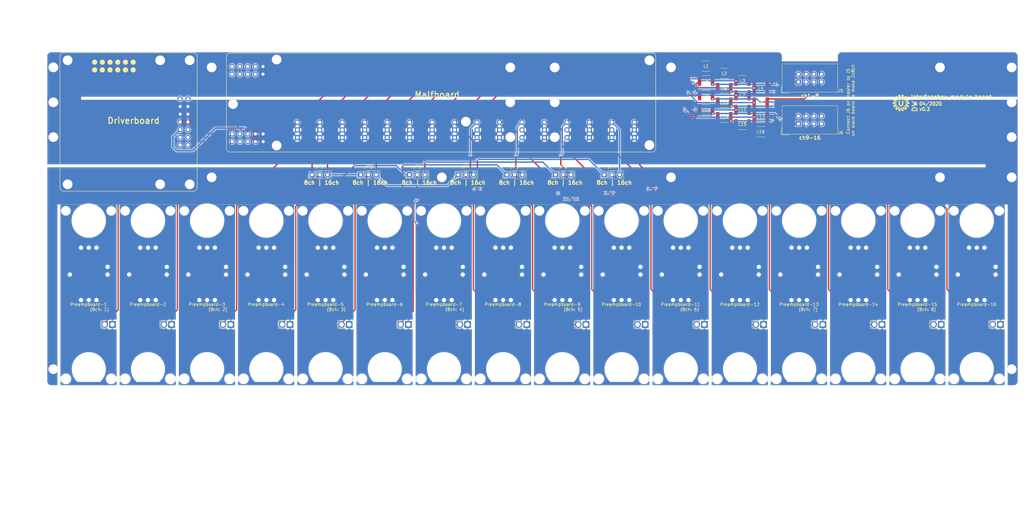
<source format=kicad_pcb>
(kicad_pcb (version 20171130) (host pcbnew "(5.1.12)-1")
  (title_block (date 2021-11-24) (rev v0.3))
  (layers (0 F.Cu signal) (31 B.Cu signal) (34 B.Paste user hide) (35 F.Paste user hide) (36 B.SilkS user) (37 F.SilkS user) (38 B.Mask user hide) (39 F.Mask user hide) (44 Edge.Cuts user))
  (net 0 "")
  (net 1 GND)
  (net 2 Ref_V-)
  (net 3 Ref_V+)
  (net 4 Malf)
  (net 5 detune_in)
  (net 6 -5V)
  (net 7 +12V)
  (net 8 "Net-(JP1-Pad2)")
  (net 9 "Net-(JP2-Pad2)")
  (net 10 "Net-(JP3-Pad2)")
  (net 11 "Net-(JP4-Pad2)")
  (net 12 "Net-(JP5-Pad2)")
  (net 13 "Net-(JP6-Pad2)")
  (net 14 "Net-(JP7-Pad2)")
  (net 15 "Net-(J5-Pad8)")
  (net 16 "Net-(J5-Pad7)")
  (net 17 "Net-(J5-Pad6)")
  (net 18 "Net-(J5-Pad5)")
  (net 19 "Net-(J5-Pad4)")
  (net 20 "Net-(J5-Pad3)")
  (net 21 "Net-(J5-Pad2)")
  (net 22 "Net-(J5-Pad1)")
  (net 23 "Net-(J6-Pad8)")
  (net 24 "Net-(J6-Pad7)")
  (net 25 "Net-(J6-Pad6)")
  (net 26 "Net-(J6-Pad5)")
  (net 27 "Net-(J6-Pad4)")
  (net 28 "Net-(J6-Pad3)")
  (net 29 "Net-(J6-Pad2)")
  (net 30 "Net-(J6-Pad1)")
  (net 31 "Net-(J4-Pad13)")
  (net 32 "Net-(J4-Pad14)")
  (net 33 Malf_MH)
  (net 34 "Net-(JP1-Pad3)")
  (net 35 "Net-(JP1-Pad1)")
  (net 36 "Net-(JP2-Pad3)")
  (net 37 "Net-(JP3-Pad3)")
  (net 38 "Net-(JP3-Pad1)")
  (net 39 "Net-(JP4-Pad3)")
  (net 40 "Net-(JP5-Pad3)")
  (net 41 "Net-(JP5-Pad1)")
  (net 42 "Net-(JP6-Pad3)")
  (net 43 "Net-(JP7-Pad3)")
  (net 44 "Net-(JP7-Pad1)")
  (net 45 "Net-(L1-Pad2)")
  (net 46 "Net-(L10-Pad2)")
  (net 47 "Net-(L12-Pad2)")
  (net 48 "Net-(L14-Pad2)")
  (net 49 "Net-(L16-Pad2)")
  (net 50 "Net-(MB1-PadT3)")
  (net 51 "Net-(MB1-PadT2)")
  (net 52 "Net-(MB1-PadT6)")
  (net 53 "Net-(MB1-PadT8)")
  (net 54 "Net-(MB1-PadT5)")
  (net 55 "Net-(MB1-PadT1)")
  (net 56 "Net-(MB1-PadT7)")
  (module _Custom:Preampboard (layer F.Cu) (at 214.200001 156)
    (fp_text reference Preampboard-9 (at 0 3.14) (layer F.SilkS))
    (fp_text value Preampboard)
    (pad "" thru_hole circle (at 7.45 27.7 270) (size 3.2 3.2) (drill 3.2) (layers *.Cu *.Mask))
    (pad "" thru_hole circle (at -7.45 27.7 270) (size 3.2 3.2) (drill 3.2) (layers *.Cu *.Mask))
    (pad 1 thru_hole circle (at 7.45 -27.7 270) (size 3.2 3.2) (drill 3.2) (layers *.Cu *.Mask) (net 1 GND))
    (pad 1 thru_hole circle (at -7.45 -27.7 270) (size 3.2 3.2) (drill 3.2) (layers *.Cu *.Mask) (net 1 GND))
    (pad 2 thru_hole oval (at 5.31 9.7625 270) (size 2.2 2.2) (drill 1.45) (layers *.Cu *.Mask) (net 11 "Net-(JP4-Pad2)"))
    (pad 1 thru_hole rect (at 7.85 9.7625 270) (size 2.2 2.2) (drill 1.45) (layers *.Cu *.Mask) (net 1 GND))
    (pad "" np_thru_hole circle (at 2.605 -15.5528 90) (size 1 1) (drill 1) (layers *.Cu *.Mask))
    (pad "" np_thru_hole circle (at -2.475 1.7128 90) (size 1 1) (drill 1) (layers *.Cu *.Mask))
    (pad "" np_thru_hole circle (at -2.475 -15.5528 90) (size 1 1) (drill 1) (layers *.Cu *.Mask))
    (pad "" np_thru_hole circle (at 0.065 -15.5528 90) (size 1 1) (drill 1) (layers *.Cu *.Mask))
    (pad "" np_thru_hole circle (at 2.605 1.7128 90) (size 1 1) (drill 1) (layers *.Cu *.Mask))
    (pad "" np_thru_hole circle (at 0.065 1.7128 90) (size 1 1) (drill 1) (layers *.Cu *.Mask))
    (pad "" np_thru_hole circle (at 6.2792 -9.235 90) (size 1 1) (drill 1) (layers *.Cu *.Mask))
    (pad "" np_thru_hole circle (at 6.2792 -6.695 90) (size 1 1) (drill 1) (layers *.Cu *.Mask))
    (pad "" np_thru_hole circle (at -6.15 -6.7 90) (size 1 1) (drill 1) (layers *.Cu *.Mask))
  )
  (module _Custom:Preampboard (layer F.Cu) (at 350.700001 156)
    (fp_text reference Preampboard-16 (at 0 3.14) (layer F.SilkS))
    (fp_text value Preampboard)
    (pad "" thru_hole circle (at 7.45 27.7 270) (size 3.2 3.2) (drill 3.2) (layers *.Cu *.Mask))
    (pad "" thru_hole circle (at -7.45 27.7 270) (size 3.2 3.2) (drill 3.2) (layers *.Cu *.Mask))
    (pad 1 thru_hole circle (at 7.45 -27.7 270) (size 3.2 3.2) (drill 3.2) (layers *.Cu *.Mask) (net 1 GND))
    (pad 1 thru_hole circle (at -7.45 -27.7 270) (size 3.2 3.2) (drill 3.2) (layers *.Cu *.Mask) (net 1 GND))
    (pad 2 thru_hole oval (at 5.31 9.7625 270) (size 2.2 2.2) (drill 1.45) (layers *.Cu *.Mask) (net 49 "Net-(L16-Pad2)"))
    (pad 1 thru_hole rect (at 7.85 9.7625 270) (size 2.2 2.2) (drill 1.45) (layers *.Cu *.Mask) (net 1 GND))
    (pad "" np_thru_hole circle (at 2.605 -15.5528 90) (size 1 1) (drill 1) (layers *.Cu *.Mask))
    (pad "" np_thru_hole circle (at -2.475 1.7128 90) (size 1 1) (drill 1) (layers *.Cu *.Mask))
    (pad "" np_thru_hole circle (at -2.475 -15.5528 90) (size 1 1) (drill 1) (layers *.Cu *.Mask))
    (pad "" np_thru_hole circle (at 0.065 -15.5528 90) (size 1 1) (drill 1) (layers *.Cu *.Mask))
    (pad "" np_thru_hole circle (at 2.605 1.7128 90) (size 1 1) (drill 1) (layers *.Cu *.Mask))
    (pad "" np_thru_hole circle (at 0.065 1.7128 90) (size 1 1) (drill 1) (layers *.Cu *.Mask))
    (pad "" np_thru_hole circle (at 6.2792 -9.235 90) (size 1 1) (drill 1) (layers *.Cu *.Mask))
    (pad "" np_thru_hole circle (at 6.2792 -6.695 90) (size 1 1) (drill 1) (layers *.Cu *.Mask))
    (pad "" np_thru_hole circle (at -6.15 -6.7 90) (size 1 1) (drill 1) (layers *.Cu *.Mask))
  )
  (module _Custom:Preampboard (layer F.Cu) (at 311.700001 156)
    (fp_text reference Preampboard-14 (at 0 3.14) (layer F.SilkS))
    (fp_text value Preampboard)
    (pad "" thru_hole circle (at 7.45 27.7 270) (size 3.2 3.2) (drill 3.2) (layers *.Cu *.Mask))
    (pad "" thru_hole circle (at -7.45 27.7 270) (size 3.2 3.2) (drill 3.2) (layers *.Cu *.Mask))
    (pad 1 thru_hole circle (at 7.45 -27.7 270) (size 3.2 3.2) (drill 3.2) (layers *.Cu *.Mask) (net 1 GND))
    (pad 1 thru_hole circle (at -7.45 -27.7 270) (size 3.2 3.2) (drill 3.2) (layers *.Cu *.Mask) (net 1 GND))
    (pad 2 thru_hole oval (at 5.31 9.7625 270) (size 2.2 2.2) (drill 1.45) (layers *.Cu *.Mask) (net 48 "Net-(L14-Pad2)"))
    (pad 1 thru_hole rect (at 7.85 9.7625 270) (size 2.2 2.2) (drill 1.45) (layers *.Cu *.Mask) (net 1 GND))
    (pad "" np_thru_hole circle (at 2.605 -15.5528 90) (size 1 1) (drill 1) (layers *.Cu *.Mask))
    (pad "" np_thru_hole circle (at -2.475 1.7128 90) (size 1 1) (drill 1) (layers *.Cu *.Mask))
    (pad "" np_thru_hole circle (at -2.475 -15.5528 90) (size 1 1) (drill 1) (layers *.Cu *.Mask))
    (pad "" np_thru_hole circle (at 0.065 -15.5528 90) (size 1 1) (drill 1) (layers *.Cu *.Mask))
    (pad "" np_thru_hole circle (at 2.605 1.7128 90) (size 1 1) (drill 1) (layers *.Cu *.Mask))
    (pad "" np_thru_hole circle (at 0.065 1.7128 90) (size 1 1) (drill 1) (layers *.Cu *.Mask))
    (pad "" np_thru_hole circle (at 6.2792 -9.235 90) (size 1 1) (drill 1) (layers *.Cu *.Mask))
    (pad "" np_thru_hole circle (at 6.2792 -6.695 90) (size 1 1) (drill 1) (layers *.Cu *.Mask))
    (pad "" np_thru_hole circle (at -6.15 -6.7 90) (size 1 1) (drill 1) (layers *.Cu *.Mask))
  )
  (module _Custom:Preampboard (layer F.Cu) (at 331.200001 156)
    (fp_text reference Preampboard-15 (at 0 3.14) (layer F.SilkS))
    (fp_text value Preampboard)
    (pad "" thru_hole circle (at 7.45 27.7 270) (size 3.2 3.2) (drill 3.2) (layers *.Cu *.Mask))
    (pad "" thru_hole circle (at -7.45 27.7 270) (size 3.2 3.2) (drill 3.2) (layers *.Cu *.Mask))
    (pad 1 thru_hole circle (at 7.45 -27.7 270) (size 3.2 3.2) (drill 3.2) (layers *.Cu *.Mask) (net 1 GND))
    (pad 1 thru_hole circle (at -7.45 -27.7 270) (size 3.2 3.2) (drill 3.2) (layers *.Cu *.Mask) (net 1 GND))
    (pad 2 thru_hole oval (at 5.31 9.7625 270) (size 2.2 2.2) (drill 1.45) (layers *.Cu *.Mask) (net 14 "Net-(JP7-Pad2)"))
    (pad 1 thru_hole rect (at 7.85 9.7625 270) (size 2.2 2.2) (drill 1.45) (layers *.Cu *.Mask) (net 1 GND))
    (pad "" np_thru_hole circle (at 2.605 -15.5528 90) (size 1 1) (drill 1) (layers *.Cu *.Mask))
    (pad "" np_thru_hole circle (at -2.475 1.7128 90) (size 1 1) (drill 1) (layers *.Cu *.Mask))
    (pad "" np_thru_hole circle (at -2.475 -15.5528 90) (size 1 1) (drill 1) (layers *.Cu *.Mask))
    (pad "" np_thru_hole circle (at 0.065 -15.5528 90) (size 1 1) (drill 1) (layers *.Cu *.Mask))
    (pad "" np_thru_hole circle (at 2.605 1.7128 90) (size 1 1) (drill 1) (layers *.Cu *.Mask))
    (pad "" np_thru_hole circle (at 0.065 1.7128 90) (size 1 1) (drill 1) (layers *.Cu *.Mask))
    (pad "" np_thru_hole circle (at 6.2792 -9.235 90) (size 1 1) (drill 1) (layers *.Cu *.Mask))
    (pad "" np_thru_hole circle (at 6.2792 -6.695 90) (size 1 1) (drill 1) (layers *.Cu *.Mask))
    (pad "" np_thru_hole circle (at -6.15 -6.7 90) (size 1 1) (drill 1) (layers *.Cu *.Mask))
  )
  (module _Custom:Preampboard (layer F.Cu) (at 116.700001 156)
    (fp_text reference Preampboard-4 (at 0 3.14) (layer F.SilkS))
    (fp_text value Preampboard)
    (pad "" thru_hole circle (at 7.45 27.7 270) (size 3.2 3.2) (drill 3.2) (layers *.Cu *.Mask))
    (pad "" thru_hole circle (at -7.45 27.7 270) (size 3.2 3.2) (drill 3.2) (layers *.Cu *.Mask))
    (pad 1 thru_hole circle (at 7.45 -27.7 270) (size 3.2 3.2) (drill 3.2) (layers *.Cu *.Mask) (net 1 GND))
    (pad 1 thru_hole circle (at -7.45 -27.7 270) (size 3.2 3.2) (drill 3.2) (layers *.Cu *.Mask) (net 1 GND))
    (pad 2 thru_hole oval (at 5.31 9.7625 270) (size 2.2 2.2) (drill 1.45) (layers *.Cu *.Mask) (net 38 "Net-(JP3-Pad1)"))
    (pad 1 thru_hole rect (at 7.85 9.7625 270) (size 2.2 2.2) (drill 1.45) (layers *.Cu *.Mask) (net 1 GND))
    (pad "" np_thru_hole circle (at 2.605 -15.5528 90) (size 1 1) (drill 1) (layers *.Cu *.Mask))
    (pad "" np_thru_hole circle (at -2.475 1.7128 90) (size 1 1) (drill 1) (layers *.Cu *.Mask))
    (pad "" np_thru_hole circle (at -2.475 -15.5528 90) (size 1 1) (drill 1) (layers *.Cu *.Mask))
    (pad "" np_thru_hole circle (at 0.065 -15.5528 90) (size 1 1) (drill 1) (layers *.Cu *.Mask))
    (pad "" np_thru_hole circle (at 2.605 1.7128 90) (size 1 1) (drill 1) (layers *.Cu *.Mask))
    (pad "" np_thru_hole circle (at 0.065 1.7128 90) (size 1 1) (drill 1) (layers *.Cu *.Mask))
    (pad "" np_thru_hole circle (at 6.2792 -9.235 90) (size 1 1) (drill 1) (layers *.Cu *.Mask))
    (pad "" np_thru_hole circle (at 6.2792 -6.695 90) (size 1 1) (drill 1) (layers *.Cu *.Mask))
    (pad "" np_thru_hole circle (at -6.15 -6.7 90) (size 1 1) (drill 1) (layers *.Cu *.Mask))
  )
  (module _Custom:Preampboard (layer F.Cu) (at 253.200001 156)
    (fp_text reference Preampboard-11 (at 0 3.14) (layer F.SilkS))
    (fp_text value Preampboard)
    (pad "" thru_hole circle (at 7.45 27.7 270) (size 3.2 3.2) (drill 3.2) (layers *.Cu *.Mask))
    (pad "" thru_hole circle (at -7.45 27.7 270) (size 3.2 3.2) (drill 3.2) (layers *.Cu *.Mask))
    (pad 1 thru_hole circle (at 7.45 -27.7 270) (size 3.2 3.2) (drill 3.2) (layers *.Cu *.Mask) (net 1 GND))
    (pad 1 thru_hole circle (at -7.45 -27.7 270) (size 3.2 3.2) (drill 3.2) (layers *.Cu *.Mask) (net 1 GND))
    (pad 2 thru_hole oval (at 5.31 9.7625 270) (size 2.2 2.2) (drill 1.45) (layers *.Cu *.Mask) (net 12 "Net-(JP5-Pad2)"))
    (pad 1 thru_hole rect (at 7.85 9.7625 270) (size 2.2 2.2) (drill 1.45) (layers *.Cu *.Mask) (net 1 GND))
    (pad "" np_thru_hole circle (at 2.605 -15.5528 90) (size 1 1) (drill 1) (layers *.Cu *.Mask))
    (pad "" np_thru_hole circle (at -2.475 1.7128 90) (size 1 1) (drill 1) (layers *.Cu *.Mask))
    (pad "" np_thru_hole circle (at -2.475 -15.5528 90) (size 1 1) (drill 1) (layers *.Cu *.Mask))
    (pad "" np_thru_hole circle (at 0.065 -15.5528 90) (size 1 1) (drill 1) (layers *.Cu *.Mask))
    (pad "" np_thru_hole circle (at 2.605 1.7128 90) (size 1 1) (drill 1) (layers *.Cu *.Mask))
    (pad "" np_thru_hole circle (at 0.065 1.7128 90) (size 1 1) (drill 1) (layers *.Cu *.Mask))
    (pad "" np_thru_hole circle (at 6.2792 -9.235 90) (size 1 1) (drill 1) (layers *.Cu *.Mask))
    (pad "" np_thru_hole circle (at 6.2792 -6.695 90) (size 1 1) (drill 1) (layers *.Cu *.Mask))
    (pad "" np_thru_hole circle (at -6.15 -6.7 90) (size 1 1) (drill 1) (layers *.Cu *.Mask))
  )
  (module _Custom:Preampboard (layer F.Cu) (at 272.700001 156)
    (fp_text reference Preampboard-12 (at 0 3.14) (layer F.SilkS))
    (fp_text value Preampboard)
    (pad "" thru_hole circle (at 7.45 27.7 270) (size 3.2 3.2) (drill 3.2) (layers *.Cu *.Mask))
    (pad "" thru_hole circle (at -7.45 27.7 270) (size 3.2 3.2) (drill 3.2) (layers *.Cu *.Mask))
    (pad 1 thru_hole circle (at 7.45 -27.7 270) (size 3.2 3.2) (drill 3.2) (layers *.Cu *.Mask) (net 1 GND))
    (pad 1 thru_hole circle (at -7.45 -27.7 270) (size 3.2 3.2) (drill 3.2) (layers *.Cu *.Mask) (net 1 GND))
    (pad 2 thru_hole oval (at 5.31 9.7625 270) (size 2.2 2.2) (drill 1.45) (layers *.Cu *.Mask) (net 47 "Net-(L12-Pad2)"))
    (pad 1 thru_hole rect (at 7.85 9.7625 270) (size 2.2 2.2) (drill 1.45) (layers *.Cu *.Mask) (net 1 GND))
    (pad "" np_thru_hole circle (at 2.605 -15.5528 90) (size 1 1) (drill 1) (layers *.Cu *.Mask))
    (pad "" np_thru_hole circle (at -2.475 1.7128 90) (size 1 1) (drill 1) (layers *.Cu *.Mask))
    (pad "" np_thru_hole circle (at -2.475 -15.5528 90) (size 1 1) (drill 1) (layers *.Cu *.Mask))
    (pad "" np_thru_hole circle (at 0.065 -15.5528 90) (size 1 1) (drill 1) (layers *.Cu *.Mask))
    (pad "" np_thru_hole circle (at 2.605 1.7128 90) (size 1 1) (drill 1) (layers *.Cu *.Mask))
    (pad "" np_thru_hole circle (at 0.065 1.7128 90) (size 1 1) (drill 1) (layers *.Cu *.Mask))
    (pad "" np_thru_hole circle (at 6.2792 -9.235 90) (size 1 1) (drill 1) (layers *.Cu *.Mask))
    (pad "" np_thru_hole circle (at 6.2792 -6.695 90) (size 1 1) (drill 1) (layers *.Cu *.Mask))
    (pad "" np_thru_hole circle (at -6.15 -6.7 90) (size 1 1) (drill 1) (layers *.Cu *.Mask))
  )
  (module _Custom:Preampboard (layer F.Cu) (at 175.200001 156)
    (fp_text reference Preampboard-7 (at 0 3.14) (layer F.SilkS))
    (fp_text value Preampboard)
    (pad "" thru_hole circle (at 7.45 27.7 270) (size 3.2 3.2) (drill 3.2) (layers *.Cu *.Mask))
    (pad "" thru_hole circle (at -7.45 27.7 270) (size 3.2 3.2) (drill 3.2) (layers *.Cu *.Mask))
    (pad 1 thru_hole circle (at 7.45 -27.7 270) (size 3.2 3.2) (drill 3.2) (layers *.Cu *.Mask) (net 1 GND))
    (pad 1 thru_hole circle (at -7.45 -27.7 270) (size 3.2 3.2) (drill 3.2) (layers *.Cu *.Mask) (net 1 GND))
    (pad 2 thru_hole oval (at 5.31 9.7625 270) (size 2.2 2.2) (drill 1.45) (layers *.Cu *.Mask) (net 10 "Net-(JP3-Pad2)"))
    (pad 1 thru_hole rect (at 7.85 9.7625 270) (size 2.2 2.2) (drill 1.45) (layers *.Cu *.Mask) (net 1 GND))
    (pad "" np_thru_hole circle (at 2.605 -15.5528 90) (size 1 1) (drill 1) (layers *.Cu *.Mask))
    (pad "" np_thru_hole circle (at -2.475 1.7128 90) (size 1 1) (drill 1) (layers *.Cu *.Mask))
    (pad "" np_thru_hole circle (at -2.475 -15.5528 90) (size 1 1) (drill 1) (layers *.Cu *.Mask))
    (pad "" np_thru_hole circle (at 0.065 -15.5528 90) (size 1 1) (drill 1) (layers *.Cu *.Mask))
    (pad "" np_thru_hole circle (at 2.605 1.7128 90) (size 1 1) (drill 1) (layers *.Cu *.Mask))
    (pad "" np_thru_hole circle (at 0.065 1.7128 90) (size 1 1) (drill 1) (layers *.Cu *.Mask))
    (pad "" np_thru_hole circle (at 6.2792 -9.235 90) (size 1 1) (drill 1) (layers *.Cu *.Mask))
    (pad "" np_thru_hole circle (at 6.2792 -6.695 90) (size 1 1) (drill 1) (layers *.Cu *.Mask))
    (pad "" np_thru_hole circle (at -6.15 -6.7 90) (size 1 1) (drill 1) (layers *.Cu *.Mask))
  )
  (module _Custom:Preampboard (layer F.Cu) (at 292.200001 156)
    (fp_text reference Preampboard-13 (at 0 3.14) (layer F.SilkS))
    (fp_text value Preampboard)
    (pad "" thru_hole circle (at 7.45 27.7 270) (size 3.2 3.2) (drill 3.2) (layers *.Cu *.Mask))
    (pad "" thru_hole circle (at -7.45 27.7 270) (size 3.2 3.2) (drill 3.2) (layers *.Cu *.Mask))
    (pad 1 thru_hole circle (at 7.45 -27.7 270) (size 3.2 3.2) (drill 3.2) (layers *.Cu *.Mask) (net 1 GND))
    (pad 1 thru_hole circle (at -7.45 -27.7 270) (size 3.2 3.2) (drill 3.2) (layers *.Cu *.Mask) (net 1 GND))
    (pad 2 thru_hole oval (at 5.31 9.7625 270) (size 2.2 2.2) (drill 1.45) (layers *.Cu *.Mask) (net 13 "Net-(JP6-Pad2)"))
    (pad 1 thru_hole rect (at 7.85 9.7625 270) (size 2.2 2.2) (drill 1.45) (layers *.Cu *.Mask) (net 1 GND))
    (pad "" np_thru_hole circle (at 2.605 -15.5528 90) (size 1 1) (drill 1) (layers *.Cu *.Mask))
    (pad "" np_thru_hole circle (at -2.475 1.7128 90) (size 1 1) (drill 1) (layers *.Cu *.Mask))
    (pad "" np_thru_hole circle (at -2.475 -15.5528 90) (size 1 1) (drill 1) (layers *.Cu *.Mask))
    (pad "" np_thru_hole circle (at 0.065 -15.5528 90) (size 1 1) (drill 1) (layers *.Cu *.Mask))
    (pad "" np_thru_hole circle (at 2.605 1.7128 90) (size 1 1) (drill 1) (layers *.Cu *.Mask))
    (pad "" np_thru_hole circle (at 0.065 1.7128 90) (size 1 1) (drill 1) (layers *.Cu *.Mask))
    (pad "" np_thru_hole circle (at 6.2792 -9.235 90) (size 1 1) (drill 1) (layers *.Cu *.Mask))
    (pad "" np_thru_hole circle (at 6.2792 -6.695 90) (size 1 1) (drill 1) (layers *.Cu *.Mask))
    (pad "" np_thru_hole circle (at -6.15 -6.7 90) (size 1 1) (drill 1) (layers *.Cu *.Mask))
  )
  (module _Custom:Preampboard (layer F.Cu) (at 194.700001 156)
    (fp_text reference Preampboard-8 (at 0 3.14) (layer F.SilkS))
    (fp_text value Preampboard)
    (pad "" thru_hole circle (at 7.45 27.7 270) (size 3.2 3.2) (drill 3.2) (layers *.Cu *.Mask))
    (pad "" thru_hole circle (at -7.45 27.7 270) (size 3.2 3.2) (drill 3.2) (layers *.Cu *.Mask))
    (pad 1 thru_hole circle (at 7.45 -27.7 270) (size 3.2 3.2) (drill 3.2) (layers *.Cu *.Mask) (net 1 GND))
    (pad 1 thru_hole circle (at -7.45 -27.7 270) (size 3.2 3.2) (drill 3.2) (layers *.Cu *.Mask) (net 1 GND))
    (pad 2 thru_hole oval (at 5.31 9.7625 270) (size 2.2 2.2) (drill 1.45) (layers *.Cu *.Mask) (net 44 "Net-(JP7-Pad1)"))
    (pad 1 thru_hole rect (at 7.85 9.7625 270) (size 2.2 2.2) (drill 1.45) (layers *.Cu *.Mask) (net 1 GND))
    (pad "" np_thru_hole circle (at 2.605 -15.5528 90) (size 1 1) (drill 1) (layers *.Cu *.Mask))
    (pad "" np_thru_hole circle (at -2.475 1.7128 90) (size 1 1) (drill 1) (layers *.Cu *.Mask))
    (pad "" np_thru_hole circle (at -2.475 -15.5528 90) (size 1 1) (drill 1) (layers *.Cu *.Mask))
    (pad "" np_thru_hole circle (at 0.065 -15.5528 90) (size 1 1) (drill 1) (layers *.Cu *.Mask))
    (pad "" np_thru_hole circle (at 2.605 1.7128 90) (size 1 1) (drill 1) (layers *.Cu *.Mask))
    (pad "" np_thru_hole circle (at 0.065 1.7128 90) (size 1 1) (drill 1) (layers *.Cu *.Mask))
    (pad "" np_thru_hole circle (at 6.2792 -9.235 90) (size 1 1) (drill 1) (layers *.Cu *.Mask))
    (pad "" np_thru_hole circle (at 6.2792 -6.695 90) (size 1 1) (drill 1) (layers *.Cu *.Mask))
    (pad "" np_thru_hole circle (at -6.15 -6.7 90) (size 1 1) (drill 1) (layers *.Cu *.Mask))
  )
  (module _Custom:Preampboard (layer F.Cu) (at 58.200001 156)
    (fp_text reference Preampboard-1 (at 0 3.14) (layer F.SilkS))
    (fp_text value Preampboard)
    (pad "" thru_hole circle (at 7.45 27.7 270) (size 3.2 3.2) (drill 3.2) (layers *.Cu *.Mask))
    (pad "" thru_hole circle (at -7.45 27.7 270) (size 3.2 3.2) (drill 3.2) (layers *.Cu *.Mask))
    (pad 1 thru_hole circle (at 7.45 -27.7 270) (size 3.2 3.2) (drill 3.2) (layers *.Cu *.Mask) (net 1 GND))
    (pad 1 thru_hole circle (at -7.45 -27.7 270) (size 3.2 3.2) (drill 3.2) (layers *.Cu *.Mask) (net 1 GND))
    (pad 2 thru_hole oval (at 5.31 9.7625 270) (size 2.2 2.2) (drill 1.45) (layers *.Cu *.Mask) (net 45 "Net-(L1-Pad2)"))
    (pad 1 thru_hole rect (at 7.85 9.7625 270) (size 2.2 2.2) (drill 1.45) (layers *.Cu *.Mask) (net 1 GND))
    (pad "" np_thru_hole circle (at 2.605 -15.5528 90) (size 1 1) (drill 1) (layers *.Cu *.Mask))
    (pad "" np_thru_hole circle (at -2.475 1.7128 90) (size 1 1) (drill 1) (layers *.Cu *.Mask))
    (pad "" np_thru_hole circle (at -2.475 -15.5528 90) (size 1 1) (drill 1) (layers *.Cu *.Mask))
    (pad "" np_thru_hole circle (at 0.065 -15.5528 90) (size 1 1) (drill 1) (layers *.Cu *.Mask))
    (pad "" np_thru_hole circle (at 2.605 1.7128 90) (size 1 1) (drill 1) (layers *.Cu *.Mask))
    (pad "" np_thru_hole circle (at 0.065 1.7128 90) (size 1 1) (drill 1) (layers *.Cu *.Mask))
    (pad "" np_thru_hole circle (at 6.2792 -9.235 90) (size 1 1) (drill 1) (layers *.Cu *.Mask))
    (pad "" np_thru_hole circle (at 6.2792 -6.695 90) (size 1 1) (drill 1) (layers *.Cu *.Mask))
    (pad "" np_thru_hole circle (at -6.15 -6.7 90) (size 1 1) (drill 1) (layers *.Cu *.Mask))
  )
  (module _Custom:Preampboard (layer F.Cu) (at 233.700001 156)
    (fp_text reference Preampboard-10 (at 0 3.14) (layer F.SilkS))
    (fp_text value Preampboard)
    (pad "" thru_hole circle (at 7.45 27.7 270) (size 3.2 3.2) (drill 3.2) (layers *.Cu *.Mask))
    (pad "" thru_hole circle (at -7.45 27.7 270) (size 3.2 3.2) (drill 3.2) (layers *.Cu *.Mask))
    (pad 1 thru_hole circle (at 7.45 -27.7 270) (size 3.2 3.2) (drill 3.2) (layers *.Cu *.Mask) (net 1 GND))
    (pad 1 thru_hole circle (at -7.45 -27.7 270) (size 3.2 3.2) (drill 3.2) (layers *.Cu *.Mask) (net 1 GND))
    (pad 2 thru_hole oval (at 5.31 9.7625 270) (size 2.2 2.2) (drill 1.45) (layers *.Cu *.Mask) (net 46 "Net-(L10-Pad2)"))
    (pad 1 thru_hole rect (at 7.85 9.7625 270) (size 2.2 2.2) (drill 1.45) (layers *.Cu *.Mask) (net 1 GND))
    (pad "" np_thru_hole circle (at 2.605 -15.5528 90) (size 1 1) (drill 1) (layers *.Cu *.Mask))
    (pad "" np_thru_hole circle (at -2.475 1.7128 90) (size 1 1) (drill 1) (layers *.Cu *.Mask))
    (pad "" np_thru_hole circle (at -2.475 -15.5528 90) (size 1 1) (drill 1) (layers *.Cu *.Mask))
    (pad "" np_thru_hole circle (at 0.065 -15.5528 90) (size 1 1) (drill 1) (layers *.Cu *.Mask))
    (pad "" np_thru_hole circle (at 2.605 1.7128 90) (size 1 1) (drill 1) (layers *.Cu *.Mask))
    (pad "" np_thru_hole circle (at 0.065 1.7128 90) (size 1 1) (drill 1) (layers *.Cu *.Mask))
    (pad "" np_thru_hole circle (at 6.2792 -9.235 90) (size 1 1) (drill 1) (layers *.Cu *.Mask))
    (pad "" np_thru_hole circle (at 6.2792 -6.695 90) (size 1 1) (drill 1) (layers *.Cu *.Mask))
    (pad "" np_thru_hole circle (at -6.15 -6.7 90) (size 1 1) (drill 1) (layers *.Cu *.Mask))
  )
  (module _Custom:Preampboard (layer F.Cu) (at 97.200001 156)
    (fp_text reference Preampboard-3 (at 0 3.14) (layer F.SilkS))
    (fp_text value Preampboard)
    (pad "" thru_hole circle (at 7.45 27.7 270) (size 3.2 3.2) (drill 3.2) (layers *.Cu *.Mask))
    (pad "" thru_hole circle (at -7.45 27.7 270) (size 3.2 3.2) (drill 3.2) (layers *.Cu *.Mask))
    (pad 1 thru_hole circle (at 7.45 -27.7 270) (size 3.2 3.2) (drill 3.2) (layers *.Cu *.Mask) (net 1 GND))
    (pad 1 thru_hole circle (at -7.45 -27.7 270) (size 3.2 3.2) (drill 3.2) (layers *.Cu *.Mask) (net 1 GND))
    (pad 2 thru_hole oval (at 5.31 9.7625 270) (size 2.2 2.2) (drill 1.45) (layers *.Cu *.Mask) (net 8 "Net-(JP1-Pad2)"))
    (pad 1 thru_hole rect (at 7.85 9.7625 270) (size 2.2 2.2) (drill 1.45) (layers *.Cu *.Mask) (net 1 GND))
    (pad "" np_thru_hole circle (at 2.605 -15.5528 90) (size 1 1) (drill 1) (layers *.Cu *.Mask))
    (pad "" np_thru_hole circle (at -2.475 1.7128 90) (size 1 1) (drill 1) (layers *.Cu *.Mask))
    (pad "" np_thru_hole circle (at -2.475 -15.5528 90) (size 1 1) (drill 1) (layers *.Cu *.Mask))
    (pad "" np_thru_hole circle (at 0.065 -15.5528 90) (size 1 1) (drill 1) (layers *.Cu *.Mask))
    (pad "" np_thru_hole circle (at 2.605 1.7128 90) (size 1 1) (drill 1) (layers *.Cu *.Mask))
    (pad "" np_thru_hole circle (at 0.065 1.7128 90) (size 1 1) (drill 1) (layers *.Cu *.Mask))
    (pad "" np_thru_hole circle (at 6.2792 -9.235 90) (size 1 1) (drill 1) (layers *.Cu *.Mask))
    (pad "" np_thru_hole circle (at 6.2792 -6.695 90) (size 1 1) (drill 1) (layers *.Cu *.Mask))
    (pad "" np_thru_hole circle (at -6.15 -6.7 90) (size 1 1) (drill 1) (layers *.Cu *.Mask))
  )
  (module _Custom:Preampboard (layer F.Cu) (at 77.700001 156)
    (fp_text reference Preampboard-2 (at 0 3.14) (layer F.SilkS))
    (fp_text value Preampboard)
    (pad "" thru_hole circle (at 7.45 27.7 270) (size 3.2 3.2) (drill 3.2) (layers *.Cu *.Mask))
    (pad "" thru_hole circle (at -7.45 27.7 270) (size 3.2 3.2) (drill 3.2) (layers *.Cu *.Mask))
    (pad 1 thru_hole circle (at 7.45 -27.7 270) (size 3.2 3.2) (drill 3.2) (layers *.Cu *.Mask) (net 1 GND))
    (pad 1 thru_hole circle (at -7.45 -27.7 270) (size 3.2 3.2) (drill 3.2) (layers *.Cu *.Mask) (net 1 GND))
    (pad 2 thru_hole oval (at 5.31 9.7625 270) (size 2.2 2.2) (drill 1.45) (layers *.Cu *.Mask) (net 35 "Net-(JP1-Pad1)"))
    (pad 1 thru_hole rect (at 7.85 9.7625 270) (size 2.2 2.2) (drill 1.45) (layers *.Cu *.Mask) (net 1 GND))
    (pad "" np_thru_hole circle (at 2.605 -15.5528 90) (size 1 1) (drill 1) (layers *.Cu *.Mask))
    (pad "" np_thru_hole circle (at -2.475 1.7128 90) (size 1 1) (drill 1) (layers *.Cu *.Mask))
    (pad "" np_thru_hole circle (at -2.475 -15.5528 90) (size 1 1) (drill 1) (layers *.Cu *.Mask))
    (pad "" np_thru_hole circle (at 0.065 -15.5528 90) (size 1 1) (drill 1) (layers *.Cu *.Mask))
    (pad "" np_thru_hole circle (at 2.605 1.7128 90) (size 1 1) (drill 1) (layers *.Cu *.Mask))
    (pad "" np_thru_hole circle (at 0.065 1.7128 90) (size 1 1) (drill 1) (layers *.Cu *.Mask))
    (pad "" np_thru_hole circle (at 6.2792 -9.235 90) (size 1 1) (drill 1) (layers *.Cu *.Mask))
    (pad "" np_thru_hole circle (at 6.2792 -6.695 90) (size 1 1) (drill 1) (layers *.Cu *.Mask))
    (pad "" np_thru_hole circle (at -6.15 -6.7 90) (size 1 1) (drill 1) (layers *.Cu *.Mask))
  )
  (module _Custom:Preampboard (layer F.Cu) (at 155.700001 156)
    (fp_text reference Preampboard-6 (at 0 3.14) (layer F.SilkS))
    (fp_text value Preampboard)
    (pad "" thru_hole circle (at 7.45 27.7 270) (size 3.2 3.2) (drill 3.2) (layers *.Cu *.Mask))
    (pad "" thru_hole circle (at -7.45 27.7 270) (size 3.2 3.2) (drill 3.2) (layers *.Cu *.Mask))
    (pad 1 thru_hole circle (at 7.45 -27.7 270) (size 3.2 3.2) (drill 3.2) (layers *.Cu *.Mask) (net 1 GND))
    (pad 1 thru_hole circle (at -7.45 -27.7 270) (size 3.2 3.2) (drill 3.2) (layers *.Cu *.Mask) (net 1 GND))
    (pad 2 thru_hole oval (at 5.31 9.7625 270) (size 2.2 2.2) (drill 1.45) (layers *.Cu *.Mask) (net 41 "Net-(JP5-Pad1)"))
    (pad 1 thru_hole rect (at 7.85 9.7625 270) (size 2.2 2.2) (drill 1.45) (layers *.Cu *.Mask) (net 1 GND))
    (pad "" np_thru_hole circle (at 2.605 -15.5528 90) (size 1 1) (drill 1) (layers *.Cu *.Mask))
    (pad "" np_thru_hole circle (at -2.475 1.7128 90) (size 1 1) (drill 1) (layers *.Cu *.Mask))
    (pad "" np_thru_hole circle (at -2.475 -15.5528 90) (size 1 1) (drill 1) (layers *.Cu *.Mask))
    (pad "" np_thru_hole circle (at 0.065 -15.5528 90) (size 1 1) (drill 1) (layers *.Cu *.Mask))
    (pad "" np_thru_hole circle (at 2.605 1.7128 90) (size 1 1) (drill 1) (layers *.Cu *.Mask))
    (pad "" np_thru_hole circle (at 0.065 1.7128 90) (size 1 1) (drill 1) (layers *.Cu *.Mask))
    (pad "" np_thru_hole circle (at 6.2792 -9.235 90) (size 1 1) (drill 1) (layers *.Cu *.Mask))
    (pad "" np_thru_hole circle (at 6.2792 -6.695 90) (size 1 1) (drill 1) (layers *.Cu *.Mask))
    (pad "" np_thru_hole circle (at -6.15 -6.7 90) (size 1 1) (drill 1) (layers *.Cu *.Mask))
  )
  (module _Custom:Preampboard (layer F.Cu) (at 136.200001 156)
    (fp_text reference Preampboard-5 (at 0 3.14) (layer F.SilkS))
    (fp_text value Preampboard)
    (pad "" thru_hole circle (at 7.45 27.7 270) (size 3.2 3.2) (drill 3.2) (layers *.Cu *.Mask))
    (pad "" thru_hole circle (at -7.45 27.7 270) (size 3.2 3.2) (drill 3.2) (layers *.Cu *.Mask))
    (pad 1 thru_hole circle (at 7.45 -27.7 270) (size 3.2 3.2) (drill 3.2) (layers *.Cu *.Mask) (net 1 GND))
    (pad 1 thru_hole circle (at -7.45 -27.7 270) (size 3.2 3.2) (drill 3.2) (layers *.Cu *.Mask) (net 1 GND))
    (pad 2 thru_hole oval (at 5.31 9.7625 270) (size 2.2 2.2) (drill 1.45) (layers *.Cu *.Mask) (net 9 "Net-(JP2-Pad2)"))
    (pad 1 thru_hole rect (at 7.85 9.7625 270) (size 2.2 2.2) (drill 1.45) (layers *.Cu *.Mask) (net 1 GND))
    (pad "" np_thru_hole circle (at 2.605 -15.5528 90) (size 1 1) (drill 1) (layers *.Cu *.Mask))
    (pad "" np_thru_hole circle (at -2.475 1.7128 90) (size 1 1) (drill 1) (layers *.Cu *.Mask))
    (pad "" np_thru_hole circle (at -2.475 -15.5528 90) (size 1 1) (drill 1) (layers *.Cu *.Mask))
    (pad "" np_thru_hole circle (at 0.065 -15.5528 90) (size 1 1) (drill 1) (layers *.Cu *.Mask))
    (pad "" np_thru_hole circle (at 2.605 1.7128 90) (size 1 1) (drill 1) (layers *.Cu *.Mask))
    (pad "" np_thru_hole circle (at 0.065 1.7128 90) (size 1 1) (drill 1) (layers *.Cu *.Mask))
    (pad "" np_thru_hole circle (at 6.2792 -9.235 90) (size 1 1) (drill 1) (layers *.Cu *.Mask))
    (pad "" np_thru_hole circle (at 6.2792 -6.695 90) (size 1 1) (drill 1) (layers *.Cu *.Mask))
    (pad "" np_thru_hole circle (at -6.15 -6.7 90) (size 1 1) (drill 1) (layers *.Cu *.Mask))
  )
  (module _Custom:Malfunctionboard (layer F.Cu) (at 173 93.79)
    (fp_text reference MB1 hide)
    (fp_text value Malfboard (at 0 -3.79) (layer F.SilkS) (effects (font (size 2 2) (thickness 0.35))))
    (pad 1 thru_hole circle (at 64.962192 7.817712) (size 1.7 1.7) (drill 1.016) (layers *.Cu *.Mask) (net 1 GND))
    (pad 1 thru_hole circle (at 57.562192 7.817712) (size 1.7 1.7) (drill 1.016) (layers *.Cu *.Mask) (net 1 GND))
    (pad 1 thru_hole circle (at 50.162192 7.817712) (size 1.7 1.7) (drill 1.016) (layers *.Cu *.Mask) (net 1 GND))
    (pad 1 thru_hole circle (at 42.762192 7.817712) (size 1.7 1.7) (drill 1.016) (layers *.Cu *.Mask) (net 1 GND))
    (pad 1 thru_hole circle (at 35.362192 7.817712) (size 1.7 1.7) (drill 1.016) (layers *.Cu *.Mask) (net 1 GND))
    (pad 1 thru_hole circle (at 27.962192 7.817712) (size 1.7 1.7) (drill 1.016) (layers *.Cu *.Mask) (net 1 GND))
    (pad 1 thru_hole circle (at 20.562192 7.817712) (size 1.7 1.7) (drill 1.016) (layers *.Cu *.Mask) (net 1 GND))
    (pad 1 thru_hole circle (at 13.162192 7.817712) (size 1.7 1.7) (drill 1.016) (layers *.Cu *.Mask) (net 1 GND))
    (pad 1 thru_hole circle (at 5.762192 7.817712) (size 1.7 1.7) (drill 1.016) (layers *.Cu *.Mask) (net 1 GND))
    (pad 1 thru_hole circle (at -1.637808 7.817712) (size 1.7 1.7) (drill 1.016) (layers *.Cu *.Mask) (net 1 GND))
    (pad 1 thru_hole circle (at -9.037808 7.817712) (size 1.7 1.7) (drill 1.016) (layers *.Cu *.Mask) (net 1 GND))
    (pad 1 thru_hole circle (at -16.437808 7.817712) (size 1.7 1.7) (drill 1.016) (layers *.Cu *.Mask) (net 1 GND))
    (pad 1 thru_hole circle (at -23.837808 7.817712) (size 1.7 1.7) (drill 1.016) (layers *.Cu *.Mask) (net 1 GND))
    (pad 1 thru_hole circle (at -31.237808 7.817712) (size 1.7 1.7) (drill 1.016) (layers *.Cu *.Mask) (net 1 GND))
    (pad 1 thru_hole circle (at -38.637808 7.817712) (size 1.7 1.7) (drill 1.016) (layers *.Cu *.Mask) (net 1 GND))
    (pad 1 thru_hole circle (at -46.037808 7.817712) (size 1.7 1.7) (drill 1.016) (layers *.Cu *.Mask) (net 1 GND))
    (pad 1 thru_hole circle (at 27.962192 10.357712) (size 1.7 1.7) (drill 1.016) (layers *.Cu *.Mask) (net 1 GND))
    (pad 1 thru_hole circle (at 20.562192 10.357712) (size 1.7 1.7) (drill 1.016) (layers *.Cu *.Mask) (net 1 GND))
    (pad 1 thru_hole circle (at -1.637808 10.357712) (size 1.7 1.7) (drill 1.016) (layers *.Cu *.Mask) (net 1 GND))
    (pad 1 thru_hole circle (at 13.162192 10.357712) (size 1.7 1.7) (drill 1.016) (layers *.Cu *.Mask) (net 1 GND))
    (pad 1 thru_hole circle (at -9.037808 10.357712) (size 1.7 1.7) (drill 1.016) (layers *.Cu *.Mask) (net 1 GND))
    (pad Rx11 thru_hole circle (at 27.962192 5.277712) (size 1.7 1.7) (drill 1.016) (layers *.Cu *.Mask) (net 40 "Net-(JP5-Pad3)"))
    (pad Rx10 thru_hole circle (at 20.562192 5.277712) (size 1.7 1.7) (drill 1.016) (layers *.Cu *.Mask) (net 46 "Net-(L10-Pad2)"))
    (pad 1 thru_hole circle (at 9.486592 5.099912) (size 3.2 3.2) (drill 3.2) (layers *.Cu *.Mask) (net 1 GND))
    (pad Rx9 thru_hole circle (at 13.162192 5.277712) (size 1.7 1.7) (drill 1.016) (layers *.Cu *.Mask) (net 39 "Net-(JP4-Pad3)"))
    (pad Rx6 thru_hole circle (at -9.037808 5.277712) (size 1.7 1.7) (drill 1.016) (layers *.Cu *.Mask) (net 41 "Net-(JP5-Pad1)"))
    (pad Rx7 thru_hole circle (at -1.637808 5.277712) (size 1.7 1.7) (drill 1.016) (layers *.Cu *.Mask) (net 37 "Net-(JP3-Pad3)"))
    (pad Rx8 thru_hole circle (at 5.762192 5.277712) (size 1.7 1.7) (drill 1.016) (layers *.Cu *.Mask) (net 44 "Net-(JP7-Pad1)"))
    (pad Rx1 thru_hole circle (at -46.037808 5.277712) (size 1.7 1.7) (drill 1.016) (layers *.Cu *.Mask) (net 45 "Net-(L1-Pad2)"))
    (pad Rx2 thru_hole circle (at -38.637808 5.277712) (size 1.7 1.7) (drill 1.016) (layers *.Cu *.Mask) (net 35 "Net-(JP1-Pad1)"))
    (pad Rx3 thru_hole circle (at -31.237808 5.277712) (size 1.7 1.7) (drill 1.016) (layers *.Cu *.Mask) (net 34 "Net-(JP1-Pad3)"))
    (pad 1 thru_hole circle (at -46.037808 10.357712) (size 1.7 1.7) (drill 1.016) (layers *.Cu *.Mask) (net 1 GND))
    (pad 1 thru_hole circle (at -38.637808 10.357712) (size 1.7 1.7) (drill 1.016) (layers *.Cu *.Mask) (net 1 GND))
    (pad 1 thru_hole circle (at -23.837808 10.357712) (size 1.7 1.7) (drill 1.016) (layers *.Cu *.Mask) (net 1 GND))
    (pad 1 thru_hole circle (at -31.237808 10.357712) (size 1.7 1.7) (drill 1.016) (layers *.Cu *.Mask) (net 1 GND))
    (pad Rx4 thru_hole circle (at -23.837808 5.277712) (size 1.7 1.7) (drill 1.016) (layers *.Cu *.Mask) (net 38 "Net-(JP3-Pad1)"))
    (pad Rx5 thru_hole circle (at -16.437808 5.277712) (size 1.7 1.7) (drill 1.016) (layers *.Cu *.Mask) (net 36 "Net-(JP2-Pad3)"))
    (pad 1 thru_hole circle (at -16.437808 10.357712) (size 1.7 1.7) (drill 1.016) (layers *.Cu *.Mask) (net 1 GND))
    (pad B7 thru_hole circle (at -59.84 11.69) (size 1.7 1.7) (drill 1.016) (layers *.Cu *.Mask) (net 5 detune_in))
    (pad B9 thru_hole circle (at -57.3 11.69) (size 1.7 1.7) (drill 1.016) (layers *.Cu *.Mask) (net 1 GND))
    (pad B8 thru_hole circle (at -59.84 9.15) (size 1.7 1.7) (drill 1.016) (layers *.Cu *.Mask) (net 5 detune_in))
    (pad B10 thru_hole circle (at -57.3 9.15) (size 1.7 1.7) (drill 1.016) (layers *.Cu *.Mask) (net 1 GND))
    (pad 1 thru_hole circle (at -52.845008 12.973912) (size 3.2 3.2) (drill 3.2) (layers *.Cu *.Mask) (net 1 GND))
    (pad T9 thru_hole circle (at -57.340808 -10.546488) (size 1.7 1.7) (drill 1.016) (layers *.Cu *.Mask) (net 1 GND))
    (pad T7 thru_hole circle (at -59.880808 -10.546488) (size 1.7 1.7) (drill 1.016) (layers *.Cu *.Mask) (net 56 "Net-(MB1-PadT7)"))
    (pad B2 thru_hole circle (at -67.46 9.15) (size 1.7 1.7) (drill 1.016) (layers *.Cu *.Mask) (net 3 Ref_V+))
    (pad 1 thru_hole circle (at -67.221408 -0.698244) (size 3.2 3.2) (drill 3.2) (layers *.Cu *.Mask) (net 1 GND))
    (pad T3 thru_hole circle (at -64.960808 -10.546488) (size 1.7 1.7) (drill 1.016) (layers *.Cu *.Mask) (net 50 "Net-(MB1-PadT3)"))
    (pad T1 thru_hole circle (at -67.500808 -10.546488) (size 1.7 1.7) (drill 1.016) (layers *.Cu *.Mask) (net 55 "Net-(MB1-PadT1)"))
    (pad T5 thru_hole circle (at -62.420808 -10.546488) (size 1.7 1.7) (drill 1.016) (layers *.Cu *.Mask) (net 54 "Net-(MB1-PadT5)"))
    (pad B5 thru_hole circle (at -62.38 11.69) (size 1.7 1.7) (drill 1.016) (layers *.Cu *.Mask) (net 7 +12V))
    (pad B1 thru_hole circle (at -67.46 11.69) (size 1.7 1.7) (drill 1.016) (layers *.Cu *.Mask) (net 2 Ref_V-))
    (pad B3 thru_hole circle (at -64.92 11.69) (size 1.7 1.7) (drill 1.016) (layers *.Cu *.Mask) (net 33 Malf_MH))
    (pad B6 thru_hole circle (at -62.38 9.15) (size 1.7 1.7) (drill 1.016) (layers *.Cu *.Mask) (net 6 -5V))
    (pad B4 thru_hole circle (at -64.92 9.15) (size 1.7 1.7) (drill 1.016) (layers *.Cu *.Mask) (net 4 Malf))
    (pad T10 thru_hole circle (at -57.340808 -13.086488) (size 1.7 1.7) (drill 1.016) (layers *.Cu *.Mask) (net 1 GND))
    (pad T8 thru_hole circle (at -59.880808 -13.086488) (size 1.7 1.7) (drill 1.016) (layers *.Cu *.Mask) (net 53 "Net-(MB1-PadT8)"))
    (pad T6 thru_hole circle (at -62.420808 -13.086488) (size 1.7 1.7) (drill 1.016) (layers *.Cu *.Mask) (net 52 "Net-(MB1-PadT6)"))
    (pad T2 thru_hole circle (at -67.500808 -13.086488) (size 1.7 1.7) (drill 1.016) (layers *.Cu *.Mask) (net 51 "Net-(MB1-PadT2)"))
    (pad T4 thru_hole circle (at -64.960808 -13.086488) (size 1.7 1.7) (drill 1.016) (layers *.Cu *.Mask) (net 50 "Net-(MB1-PadT3)"))
    (pad Rx15 thru_hole circle (at 57.562192 5.277712) (size 1.7 1.7) (drill 1.016) (layers *.Cu *.Mask) (net 43 "Net-(JP7-Pad3)"))
    (pad 1 thru_hole circle (at 50.162192 10.357712) (size 1.7 1.7) (drill 1.016) (layers *.Cu *.Mask) (net 1 GND))
    (pad 1 thru_hole circle (at 35.362192 10.357712) (size 1.7 1.7) (drill 1.016) (layers *.Cu *.Mask) (net 1 GND))
    (pad 1 thru_hole circle (at 42.762192 10.357712) (size 1.7 1.7) (drill 1.016) (layers *.Cu *.Mask) (net 1 GND))
    (pad Rx13 thru_hole circle (at 42.762192 5.277712) (size 1.7 1.7) (drill 1.016) (layers *.Cu *.Mask) (net 42 "Net-(JP6-Pad3)"))
    (pad Rx12 thru_hole circle (at 35.362192 5.277712) (size 1.7 1.7) (drill 1.016) (layers *.Cu *.Mask) (net 47 "Net-(L12-Pad2)"))
    (pad 1 thru_hole circle (at 69.938592 -15.118488) (size 3.2 3.2) (drill 3.2) (layers *.Cu *.Mask) (net 1 GND))
    (pad 1 thru_hole circle (at -52.845008 -15.372488) (size 3.2 3.2) (drill 3.2) (layers *.Cu *.Mask) (net 1 GND))
    (pad 1 thru_hole circle (at 69.938592 12.821512) (size 3.2 3.2) (drill 3.2) (layers *.Cu *.Mask) (net 1 GND))
    (pad Rx16 thru_hole circle (at 64.962192 5.277712) (size 1.7 1.7) (drill 1.016) (layers *.Cu *.Mask) (net 49 "Net-(L16-Pad2)"))
    (pad 1 thru_hole circle (at 64.962192 10.357712) (size 1.7 1.7) (drill 1.016) (layers *.Cu *.Mask) (net 1 GND))
    (pad 1 thru_hole circle (at 57.562192 10.357712) (size 1.7 1.7) (drill 1.016) (layers *.Cu *.Mask) (net 1 GND))
    (pad Rx14 thru_hole circle (at 50.162192 5.277712) (size 1.7 1.7) (drill 1.016) (layers *.Cu *.Mask) (net 48 "Net-(L14-Pad2)"))
    (pad 1 thru_hole circle (at 5.762192 10.357712) (size 1.7 1.7) (drill 1.016) (layers *.Cu *.Mask) (net 1 GND))
  )
  (module _Custom:UMC_logo_small (layer F.Cu) (at 325.81088 92.73286)
    (fp_text reference G1 hide)
    (fp_text value UMC_logo hide)
  )
  (module _Custom:RXE4 (layer F.Cu) (at 122.611321 92.517107 90)
    (fp_text reference SYM5 hide)
    (fp_text value RXE4 hide)
    (pad 1 thru_hole circle (at 0 -76 90) (size 3.2 3.2) (drill 3.2) (layers *.Cu *.Mask) (net 1 GND))
    (pad 1 thru_hole circle (at 11.5 74.5 90) (size 3.2 3.2) (drill 3.2) (layers *.Cu *.Mask) (net 1 GND))
    (pad 1 thru_hole circle (at -11.5 74.5 90) (size 3.2 3.2) (drill 3.2) (layers *.Cu *.Mask) (net 1 GND))
  )
  (module _Custom:RXE4 (layer F.Cu) (at 287.75132 92.497107 90)
    (fp_text reference SYM3 hide)
    (fp_text value RXE4 hide)
    (pad 1 thru_hole circle (at 0 -76 90) (size 3.2 3.2) (drill 3.2) (layers *.Cu *.Mask) (net 1 GND))
    (pad 1 thru_hole circle (at 11.5 74.5 90) (size 3.2 3.2) (drill 3.2) (layers *.Cu *.Mask) (net 1 GND))
    (pad 1 thru_hole circle (at -11.5 74.5 90) (size 3.2 3.2) (drill 3.2) (layers *.Cu *.Mask) (net 1 GND))
  )
  (module _Custom:RXE4 (layer F.Cu) (at 121.111321 92.497107 270)
    (fp_text reference SYM4 hide)
    (fp_text value RXE4 hide)
    (pad 1 thru_hole circle (at 0 -76 270) (size 3.2 3.2) (drill 3.2) (layers *.Cu *.Mask) (net 1 GND))
    (pad 1 thru_hole circle (at 11.5 74.5 270) (size 3.2 3.2) (drill 3.2) (layers *.Cu *.Mask) (net 1 GND))
    (pad 1 thru_hole circle (at -11.5 74.5 270) (size 3.2 3.2) (drill 3.2) (layers *.Cu *.Mask) (net 1 GND))
  )
  (module _Custom:RXE4 (layer F.Cu) (at 286.25132 92.517107 270)
    (fp_text reference SYM6 hide)
    (fp_text value RXE4 hide)
    (pad 1 thru_hole circle (at 0 -76 270) (size 3.2 3.2) (drill 3.2) (layers *.Cu *.Mask) (net 1 GND))
    (pad 1 thru_hole circle (at 11.5 74.5 270) (size 3.2 3.2) (drill 3.2) (layers *.Cu *.Mask) (net 1 GND))
    (pad 1 thru_hole circle (at -11.5 74.5 270) (size 3.2 3.2) (drill 3.2) (layers *.Cu *.Mask) (net 1 GND))
  )
  (module Connector_IDC:IDC-Header_2x04_P2.54mm_Vertical (layer F.Cu) (at 292 99.6 90)
    (fp_text reference J6 (at -2.9 13.9 180) (layer F.SilkS))
    (fp_text value 9-16)
    (pad 8 thru_hole oval (at 2.54 7.62 90) (size 1.7272 1.7272) (drill 1.016) (layers *.Cu *.Mask) (net 23 "Net-(J6-Pad8)"))
    (pad 7 thru_hole oval (at 0 7.62 90) (size 1.7272 1.7272) (drill 1.016) (layers *.Cu *.Mask) (net 24 "Net-(J6-Pad7)"))
    (pad 6 thru_hole oval (at 2.54 5.08 90) (size 1.7272 1.7272) (drill 1.016) (layers *.Cu *.Mask) (net 25 "Net-(J6-Pad6)"))
    (pad 5 thru_hole oval (at 0 5.08 90) (size 1.7272 1.7272) (drill 1.016) (layers *.Cu *.Mask) (net 26 "Net-(J6-Pad5)"))
    (pad 4 thru_hole oval (at 2.54 2.54 90) (size 1.7272 1.7272) (drill 1.016) (layers *.Cu *.Mask) (net 27 "Net-(J6-Pad4)"))
    (pad 3 thru_hole oval (at 0 2.54 90) (size 1.7272 1.7272) (drill 1.016) (layers *.Cu *.Mask) (net 28 "Net-(J6-Pad3)"))
    (pad 2 thru_hole oval (at 2.54 0 90) (size 1.7272 1.7272) (drill 1.016) (layers *.Cu *.Mask) (net 29 "Net-(J6-Pad2)"))
    (pad 1 thru_hole rect (at 0 0 90) (size 1.7272 1.7272) (drill 1.016) (layers *.Cu *.Mask) (net 30 "Net-(J6-Pad1)"))
  )
  (module Connector_IDC:IDC-Header_2x04_P2.54mm_Vertical (layer F.Cu) (at 292 85.8 90)
    (fp_text reference J5 (at -2.9 13.9 180) (layer F.SilkS))
    (fp_text value 1-8)
    (pad 8 thru_hole oval (at 2.54 7.62 90) (size 1.7272 1.7272) (drill 1.016) (layers *.Cu *.Mask) (net 15 "Net-(J5-Pad8)"))
    (pad 7 thru_hole oval (at 0 7.62 90) (size 1.7272 1.7272) (drill 1.016) (layers *.Cu *.Mask) (net 16 "Net-(J5-Pad7)"))
    (pad 6 thru_hole oval (at 2.54 5.08 90) (size 1.7272 1.7272) (drill 1.016) (layers *.Cu *.Mask) (net 17 "Net-(J5-Pad6)"))
    (pad 5 thru_hole oval (at 0 5.08 90) (size 1.7272 1.7272) (drill 1.016) (layers *.Cu *.Mask) (net 18 "Net-(J5-Pad5)"))
    (pad 4 thru_hole oval (at 2.54 2.54 90) (size 1.7272 1.7272) (drill 1.016) (layers *.Cu *.Mask) (net 19 "Net-(J5-Pad4)"))
    (pad 3 thru_hole oval (at 0 2.54 90) (size 1.7272 1.7272) (drill 1.016) (layers *.Cu *.Mask) (net 20 "Net-(J5-Pad3)"))
    (pad 2 thru_hole oval (at 2.54 0 90) (size 1.7272 1.7272) (drill 1.016) (layers *.Cu *.Mask) (net 21 "Net-(J5-Pad2)"))
    (pad 1 thru_hole rect (at 0 0 90) (size 1.7272 1.7272) (drill 1.016) (layers *.Cu *.Mask) (net 22 "Net-(J5-Pad1)"))
  )
  (module _Custom:Driverboard (layer F.Cu) (at 73.021 100.457 180)
    (fp_text reference J4 hide)
    (fp_text value Driverboard (at 0 1.9 180) (layer F.SilkS) (effects (font (size 2 2) (thickness 0.35))))
    (pad 9 thru_hole circle (at -8.769 21.801 180) (size 3.2 3.2) (drill 3.2) (layers *.Cu *.Mask) (net 1 GND))
    (pad "#" smd circle (at 0.121 18.626 180) (size 1.7 1.7) (layers F.SilkS))
    (pad "#" smd circle (at 0.121 21.166 180) (size 1.7 1.7) (layers F.SilkS))
    (pad "#" smd circle (at 12.821 18.626 180) (size 1.7 1.7) (layers F.SilkS))
    (pad "#" smd circle (at 12.821 21.166 180) (size 1.7 1.7) (layers F.SilkS))
    (pad "#" smd circle (at 10.281 21.166 180) (size 1.7 1.7) (layers F.SilkS))
    (pad "#" smd circle (at 10.281 18.626 180) (size 1.7 1.7) (layers F.SilkS))
    (pad "#" smd circle (at 5.201 18.626 180) (size 1.7 1.7) (layers F.SilkS))
    (pad "#" smd circle (at 5.201 21.166 180) (size 1.7 1.7) (layers F.SilkS))
    (pad "#" smd circle (at 7.741 21.166 180) (size 1.7 1.7) (layers F.SilkS))
    (pad "#" smd circle (at 7.741 18.626 180) (size 1.7 1.7) (layers F.SilkS))
    (pad "#" smd circle (at 2.661 21.166 180) (size 1.7 1.7) (layers F.SilkS))
    (pad "#" smd circle (at 2.661 18.626 180) (size 1.7 1.7) (layers F.SilkS))
    (pad 9 thru_hole circle (at -18.5 21.801 180) (size 3.2 3.2) (drill 3.2) (layers *.Cu *.Mask) (net 1 GND))
    (pad 9 thru_hole circle (at -18.5 -19.093 180) (size 3.2 3.2) (drill 3.2) (layers *.Cu *.Mask) (net 1 GND))
    (pad 9 thru_hole circle (at -8.769 -19.093 180) (size 3.2 3.2) (drill 3.2) (layers *.Cu *.Mask) (net 1 GND))
    (pad 10 thru_hole circle (at -15.36 4.021 180) (size 1.7 1.7) (drill 1) (layers *.Cu *.Mask) (net 1 GND))
    (pad 9 thru_hole circle (at -17.9 4.021 180) (size 1.7 1.7) (drill 1) (layers *.Cu *.Mask) (net 1 GND))
    (pad 7 thru_hole circle (at -17.9 1.481 180) (size 1.7 1.7) (drill 1) (layers *.Cu *.Mask) (net 5 detune_in))
    (pad 8 thru_hole circle (at -15.36 1.481 180) (size 1.7 1.7) (drill 1) (layers *.Cu *.Mask) (net 5 detune_in))
    (pad 5 thru_hole circle (at -17.9 -1.059 180) (size 1.7 1.7) (drill 1) (layers *.Cu *.Mask) (net 7 +12V))
    (pad 6 thru_hole circle (at -15.36 -1.059 180) (size 1.7 1.7) (drill 1) (layers *.Cu *.Mask) (net 6 -5V))
    (pad 3 thru_hole circle (at -17.9 -3.599 180) (size 1.7 1.7) (drill 1) (layers *.Cu *.Mask) (net 33 Malf_MH))
    (pad 4 thru_hole circle (at -15.36 -3.599 180) (size 1.7 1.7) (drill 1) (layers *.Cu *.Mask) (net 4 Malf))
    (pad 2 thru_hole circle (at -15.36 -6.139 180) (size 1.7 1.7) (drill 1) (layers *.Cu *.Mask) (net 3 Ref_V+))
    (pad 1 thru_hole circle (at -17.9 -6.139 180) (size 1.7 1.7) (drill 1) (layers *.Cu *.Mask) (net 2 Ref_V-))
    (pad 11 thru_hole circle (at -17.9 6.561 180) (size 1.7 1.7) (drill 1) (layers *.Cu *.Mask) (net 1 GND))
    (pad 12 thru_hole circle (at -15.36 6.561 180) (size 1.7 1.7) (drill 1) (layers *.Cu *.Mask) (net 1 GND))
    (pad 14 thru_hole circle (at -15.36 9.101 180) (size 1.7 1.7) (drill 1) (layers *.Cu *.Mask) (net 32 "Net-(J4-Pad14)"))
    (pad 13 thru_hole circle (at -17.9 9.101 180) (size 1.7 1.7) (drill 1) (layers *.Cu *.Mask) (net 31 "Net-(J4-Pad13)"))
    (pad 9 thru_hole circle (at 21.711 -19.093 180) (size 3.2 3.2) (drill 3.2) (layers *.Cu *.Mask) (net 1 GND))
    (pad 9 thru_hole circle (at 21.711 21.801 180) (size 3.2 3.2) (drill 3.2) (layers *.Cu *.Mask) (net 1 GND))
  )
  (module Inductor_SMD:L_1812_4532Metric (layer F.Cu) (at 279.6 102.2 180)
    (fp_text reference L16 (at 0 0) (layer F.SilkS))
    (fp_text value choke)
    (pad 2 smd roundrect (at 2.1375 0 180) (size 1.125 3.4) (layers F.Cu F.Paste F.Mask) (roundrect_rratio 0.222222) (net 49 "Net-(L16-Pad2)"))
    (pad 1 smd roundrect (at -2.1375 0 180) (size 1.125 3.4) (layers F.Cu F.Paste F.Mask) (roundrect_rratio 0.222222) (net 24 "Net-(J6-Pad7)"))
  )
  (module Inductor_SMD:L_1812_4532Metric (layer F.Cu) (at 273.6 99.8 180)
    (fp_text reference L15 (at 0 0) (layer F.SilkS))
    (fp_text value choke)
    (pad 2 smd roundrect (at 2.1375 0 180) (size 1.125 3.4) (layers F.Cu F.Paste F.Mask) (roundrect_rratio 0.222222) (net 43 "Net-(JP7-Pad3)"))
    (pad 1 smd roundrect (at -2.1375 0 180) (size 1.125 3.4) (layers F.Cu F.Paste F.Mask) (roundrect_rratio 0.222222) (net 26 "Net-(J6-Pad5)"))
  )
  (module Inductor_SMD:L_1812_4532Metric (layer F.Cu) (at 267.6 97.4 180)
    (fp_text reference L14 (at 0 0) (layer F.SilkS))
    (fp_text value choke)
    (pad 2 smd roundrect (at 2.1375 0 180) (size 1.125 3.4) (layers F.Cu F.Paste F.Mask) (roundrect_rratio 0.222222) (net 48 "Net-(L14-Pad2)"))
    (pad 1 smd roundrect (at -2.1375 0 180) (size 1.125 3.4) (layers F.Cu F.Paste F.Mask) (roundrect_rratio 0.222222) (net 28 "Net-(J6-Pad3)"))
  )
  (module Inductor_SMD:L_1812_4532Metric (layer F.Cu) (at 261.6 95 180)
    (fp_text reference L13 (at 0 -0.2) (layer F.SilkS))
    (fp_text value choke)
    (pad 2 smd roundrect (at 2.1375 0 180) (size 1.125 3.4) (layers F.Cu F.Paste F.Mask) (roundrect_rratio 0.222222) (net 42 "Net-(JP6-Pad3)"))
    (pad 1 smd roundrect (at -2.1375 0 180) (size 1.125 3.4) (layers F.Cu F.Paste F.Mask) (roundrect_rratio 0.222222) (net 30 "Net-(J6-Pad1)"))
  )
  (module Inductor_SMD:L_1812_4532Metric (layer F.Cu) (at 279.6 97.4 180)
    (fp_text reference L12 (at 0 0) (layer F.SilkS))
    (fp_text value choke)
    (pad 2 smd roundrect (at 2.1375 0 180) (size 1.125 3.4) (layers F.Cu F.Paste F.Mask) (roundrect_rratio 0.222222) (net 47 "Net-(L12-Pad2)"))
    (pad 1 smd roundrect (at -2.1375 0 180) (size 1.125 3.4) (layers F.Cu F.Paste F.Mask) (roundrect_rratio 0.222222) (net 29 "Net-(J6-Pad2)"))
  )
  (module Inductor_SMD:L_1812_4532Metric (layer F.Cu) (at 273.6 95 180)
    (fp_text reference L11 (at 0 0) (layer F.SilkS))
    (fp_text value choke)
    (pad 2 smd roundrect (at 2.1375 0 180) (size 1.125 3.4) (layers F.Cu F.Paste F.Mask) (roundrect_rratio 0.222222) (net 40 "Net-(JP5-Pad3)"))
    (pad 1 smd roundrect (at -2.1375 0 180) (size 1.125 3.4) (layers F.Cu F.Paste F.Mask) (roundrect_rratio 0.222222) (net 27 "Net-(J6-Pad4)"))
  )
  (module Inductor_SMD:L_1812_4532Metric (layer F.Cu) (at 267.6 92.6 180)
    (fp_text reference L10 (at 0 -0.2) (layer F.SilkS))
    (fp_text value choke)
    (pad 2 smd roundrect (at 2.1375 0 180) (size 1.125 3.4) (layers F.Cu F.Paste F.Mask) (roundrect_rratio 0.222222) (net 46 "Net-(L10-Pad2)"))
    (pad 1 smd roundrect (at -2.1375 0 180) (size 1.125 3.4) (layers F.Cu F.Paste F.Mask) (roundrect_rratio 0.222222) (net 25 "Net-(J6-Pad6)"))
  )
  (module Inductor_SMD:L_1812_4532Metric (layer F.Cu) (at 261.6 90.2 180)
    (fp_text reference L9 (at 0 -0.2) (layer F.SilkS))
    (fp_text value choke)
    (pad 2 smd roundrect (at 2.1375 0 180) (size 1.125 3.4) (layers F.Cu F.Paste F.Mask) (roundrect_rratio 0.222222) (net 39 "Net-(JP4-Pad3)"))
    (pad 1 smd roundrect (at -2.1375 0 180) (size 1.125 3.4) (layers F.Cu F.Paste F.Mask) (roundrect_rratio 0.222222) (net 23 "Net-(J6-Pad8)"))
  )
  (module Inductor_SMD:L_1812_4532Metric (layer F.Cu) (at 279.6 92.6 180)
    (fp_text reference L8 (at 0 0) (layer F.SilkS))
    (fp_text value choke)
    (pad 2 smd roundrect (at 2.1375 0 180) (size 1.125 3.4) (layers F.Cu F.Paste F.Mask) (roundrect_rratio 0.222222) (net 44 "Net-(JP7-Pad1)"))
    (pad 1 smd roundrect (at -2.1375 0 180) (size 1.125 3.4) (layers F.Cu F.Paste F.Mask) (roundrect_rratio 0.222222) (net 16 "Net-(J5-Pad7)"))
  )
  (module Inductor_SMD:L_1812_4532Metric (layer F.Cu) (at 273.6 90.2 180)
    (fp_text reference L7 (at 0 0) (layer F.SilkS))
    (fp_text value choke)
    (pad 2 smd roundrect (at 2.1375 0 180) (size 1.125 3.4) (layers F.Cu F.Paste F.Mask) (roundrect_rratio 0.222222) (net 37 "Net-(JP3-Pad3)"))
    (pad 1 smd roundrect (at -2.1375 0 180) (size 1.125 3.4) (layers F.Cu F.Paste F.Mask) (roundrect_rratio 0.222222) (net 18 "Net-(J5-Pad5)"))
  )
  (module Inductor_SMD:L_1812_4532Metric (layer F.Cu) (at 267.6 87.8 180)
    (fp_text reference L6 (at 0 -0.2) (layer F.SilkS))
    (fp_text value choke)
    (pad 2 smd roundrect (at 2.1375 0 180) (size 1.125 3.4) (layers F.Cu F.Paste F.Mask) (roundrect_rratio 0.222222) (net 41 "Net-(JP5-Pad1)"))
    (pad 1 smd roundrect (at -2.1375 0 180) (size 1.125 3.4) (layers F.Cu F.Paste F.Mask) (roundrect_rratio 0.222222) (net 20 "Net-(J5-Pad3)"))
  )
  (module Inductor_SMD:L_1812_4532Metric (layer F.Cu) (at 261.6 85.4 180)
    (fp_text reference L5 (at 0 -0.2) (layer F.SilkS))
    (fp_text value choke)
    (pad 2 smd roundrect (at 2.1375 0 180) (size 1.125 3.4) (layers F.Cu F.Paste F.Mask) (roundrect_rratio 0.222222) (net 36 "Net-(JP2-Pad3)"))
    (pad 1 smd roundrect (at -2.1375 0 180) (size 1.125 3.4) (layers F.Cu F.Paste F.Mask) (roundrect_rratio 0.222222) (net 22 "Net-(J5-Pad1)"))
  )
  (module Inductor_SMD:L_1812_4532Metric (layer F.Cu) (at 279.6 87.8 180)
    (fp_text reference L4 (at 0 0) (layer F.SilkS))
    (fp_text value choke)
    (pad 2 smd roundrect (at 2.1375 0 180) (size 1.125 3.4) (layers F.Cu F.Paste F.Mask) (roundrect_rratio 0.222222) (net 38 "Net-(JP3-Pad1)"))
    (pad 1 smd roundrect (at -2.1375 0 180) (size 1.125 3.4) (layers F.Cu F.Paste F.Mask) (roundrect_rratio 0.222222) (net 21 "Net-(J5-Pad2)"))
  )
  (module Inductor_SMD:L_1812_4532Metric (layer F.Cu) (at 273.6 85.4 180)
    (fp_text reference L3 (at 0 0) (layer F.SilkS))
    (fp_text value choke)
    (pad 2 smd roundrect (at 2.1375 0 180) (size 1.125 3.4) (layers F.Cu F.Paste F.Mask) (roundrect_rratio 0.222222) (net 34 "Net-(JP1-Pad3)"))
    (pad 1 smd roundrect (at -2.1375 0 180) (size 1.125 3.4) (layers F.Cu F.Paste F.Mask) (roundrect_rratio 0.222222) (net 19 "Net-(J5-Pad4)"))
  )
  (module Inductor_SMD:L_1812_4532Metric (layer F.Cu) (at 267.6 83 180)
    (fp_text reference L2 (at 0 0) (layer F.SilkS))
    (fp_text value choke)
    (pad 2 smd roundrect (at 2.1375 0 180) (size 1.125 3.4) (layers F.Cu F.Paste F.Mask) (roundrect_rratio 0.222222) (net 35 "Net-(JP1-Pad1)"))
    (pad 1 smd roundrect (at -2.1375 0 180) (size 1.125 3.4) (layers F.Cu F.Paste F.Mask) (roundrect_rratio 0.222222) (net 17 "Net-(J5-Pad6)"))
  )
  (module Inductor_SMD:L_1812_4532Metric (layer F.Cu) (at 261.6 80.6 180)
    (fp_text reference L1 (at 0 0) (layer F.SilkS))
    (fp_text value choke)
    (pad 2 smd roundrect (at 2.1375 0 180) (size 1.125 3.4) (layers F.Cu F.Paste F.Mask) (roundrect_rratio 0.222222) (net 45 "Net-(L1-Pad2)"))
    (pad 1 smd roundrect (at -2.1375 0 180) (size 1.125 3.4) (layers F.Cu F.Paste F.Mask) (roundrect_rratio 0.222222) (net 15 "Net-(J5-Pad8)"))
  )
  (module Connector_PinHeader_2.54mm:PinHeader_1x03_P2.54mm_Vertical (layer F.Cu) (at 228.036964 116.4 90)
    (fp_text reference JP7 (at 2.6 2.54 180) (layer F.SilkS))
    (fp_text value Jumper)
    (pad 3 thru_hole oval (at 0 5.08 90) (size 1.7 1.7) (drill 1) (layers *.Cu *.Mask) (net 43 "Net-(JP7-Pad3)"))
    (pad 2 thru_hole oval (at 0 2.54 90) (size 1.7 1.7) (drill 1) (layers *.Cu *.Mask) (net 14 "Net-(JP7-Pad2)"))
    (pad 1 thru_hole rect (at 0 0 90) (size 1.7 1.7) (drill 1) (layers *.Cu *.Mask) (net 44 "Net-(JP7-Pad1)"))
  )
  (module Connector_PinHeader_2.54mm:PinHeader_1x03_P2.54mm_Vertical (layer F.Cu) (at 212.002371 116.4 90)
    (fp_text reference JP6 (at 2.6 2.54 180) (layer F.SilkS))
    (fp_text value Jumper)
    (pad 3 thru_hole oval (at 0 5.08 90) (size 1.7 1.7) (drill 1) (layers *.Cu *.Mask) (net 42 "Net-(JP6-Pad3)"))
    (pad 2 thru_hole oval (at 0 2.54 90) (size 1.7 1.7) (drill 1) (layers *.Cu *.Mask) (net 13 "Net-(JP6-Pad2)"))
    (pad 1 thru_hole rect (at 0 0 90) (size 1.7 1.7) (drill 1) (layers *.Cu *.Mask) (net 37 "Net-(JP3-Pad3)"))
  )
  (module Connector_PinHeader_2.54mm:PinHeader_1x03_P2.54mm_Vertical (layer F.Cu) (at 195.967782 116.4 90)
    (fp_text reference JP5 (at 2.6 2.525 180) (layer F.SilkS))
    (fp_text value Jumper)
    (pad 3 thru_hole oval (at 0 5.08 90) (size 1.7 1.7) (drill 1) (layers *.Cu *.Mask) (net 40 "Net-(JP5-Pad3)"))
    (pad 2 thru_hole oval (at 0 2.54 90) (size 1.7 1.7) (drill 1) (layers *.Cu *.Mask) (net 12 "Net-(JP5-Pad2)"))
    (pad 1 thru_hole rect (at 0 0 90) (size 1.7 1.7) (drill 1) (layers *.Cu *.Mask) (net 41 "Net-(JP5-Pad1)"))
  )
  (module Connector_PinHeader_2.54mm:PinHeader_1x03_P2.54mm_Vertical (layer F.Cu) (at 179.933193 116.4 90)
    (fp_text reference JP4 (at 2.6 2.54 180) (layer F.SilkS))
    (fp_text value Jumper)
    (pad 3 thru_hole oval (at 0 5.08 90) (size 1.7 1.7) (drill 1) (layers *.Cu *.Mask) (net 39 "Net-(JP4-Pad3)"))
    (pad 2 thru_hole oval (at 0 2.54 90) (size 1.7 1.7) (drill 1) (layers *.Cu *.Mask) (net 11 "Net-(JP4-Pad2)"))
    (pad 1 thru_hole rect (at 0 0 90) (size 1.7 1.7) (drill 1) (layers *.Cu *.Mask) (net 36 "Net-(JP2-Pad3)"))
  )
  (module Connector_PinHeader_2.54mm:PinHeader_1x03_P2.54mm_Vertical (layer F.Cu) (at 163.898604 116.4 90)
    (fp_text reference JP3 (at 2.6 2.54 180) (layer F.SilkS))
    (fp_text value Jumper)
    (pad 3 thru_hole oval (at 0 5.08 90) (size 1.7 1.7) (drill 1) (layers *.Cu *.Mask) (net 37 "Net-(JP3-Pad3)"))
    (pad 2 thru_hole oval (at 0 2.54 90) (size 1.7 1.7) (drill 1) (layers *.Cu *.Mask) (net 10 "Net-(JP3-Pad2)"))
    (pad 1 thru_hole rect (at 0 0 90) (size 1.7 1.7) (drill 1) (layers *.Cu *.Mask) (net 38 "Net-(JP3-Pad1)"))
  )
  (module Connector_PinHeader_2.54mm:PinHeader_1x03_P2.54mm_Vertical (layer F.Cu) (at 147.864015 116.4 90)
    (fp_text reference JP2 (at 2.6 2.54 180) (layer F.SilkS))
    (fp_text value Jumper)
    (pad 3 thru_hole oval (at 0 5.08 90) (size 1.7 1.7) (drill 1) (layers *.Cu *.Mask) (net 36 "Net-(JP2-Pad3)"))
    (pad 2 thru_hole oval (at 0 2.54 90) (size 1.7 1.7) (drill 1) (layers *.Cu *.Mask) (net 9 "Net-(JP2-Pad2)"))
    (pad 1 thru_hole rect (at 0 0 90) (size 1.7 1.7) (drill 1) (layers *.Cu *.Mask) (net 34 "Net-(JP1-Pad3)"))
  )
  (module Connector_PinHeader_2.54mm:PinHeader_1x03_P2.54mm_Vertical (layer F.Cu) (at 131.829426 116.4 90)
    (fp_text reference JP1 (at 2.6 2.530574 180) (layer F.SilkS))
    (fp_text value Jumper)
    (pad 3 thru_hole oval (at 0 5.08 90) (size 1.7 1.7) (drill 1) (layers *.Cu *.Mask) (net 34 "Net-(JP1-Pad3)"))
    (pad 2 thru_hole oval (at 0 2.54 90) (size 1.7 1.7) (drill 1) (layers *.Cu *.Mask) (net 8 "Net-(JP1-Pad2)"))
    (pad 1 thru_hole rect (at 0 0 90) (size 1.7 1.7) (drill 1) (layers *.Cu *.Mask) (net 35 "Net-(JP1-Pad1)"))
  )
  (module _Custom:MountingHole_3.2mm_M3_plated (layer F.Cu) (at 98.75 81)
    (fp_text reference H4 hide)
    (fp_text value MH_Pad)
    (pad 1 thru_hole circle (at 0 0) (size 3.2 3.2) (drill 3.2) (layers *.Cu *.Mask) (net 1 GND))
  )
  (module _Custom:MountingHole_3.2mm_M3_plated (layer F.Cu) (at 250.06 80.997107)
    (fp_text reference H2 hide)
    (fp_text value MH_Pad)
    (pad 1 thru_hole circle (at 0 0) (size 3.2 3.2) (drill 3.2) (layers *.Cu *.Mask) (net 1 GND))
  )
  (module _Custom:MountingHole_3.2mm_M3_plated (layer F.Cu) (at 46.6 180.5)
    (fp_text reference H1 hide)
    (fp_text value MH_Pad)
    (pad 1 thru_hole circle (at 0 0) (size 3.2 3.2) (drill 3.2) (layers *.Cu *.Mask) (net 1 GND))
  )
  (module _Custom:MountingHole_3.2mm_M3_plated (layer F.Cu) (at 362.25 180.5)
    (fp_text reference H6 hide)
    (fp_text value MH_Pad)
    (pad 1 thru_hole circle (at 0 0) (size 3.2 3.2) (drill 3.2) (layers *.Cu *.Mask) (net 1 GND))
  )
  (module _Custom:MountingHole_3.2mm_M3_plated (layer F.Cu) (at 338.650001 117.25)
    (fp_text reference H12 hide)
    (fp_text value MH_Pad)
    (pad 1 thru_hole circle (at 0 0) (size 3.2 3.2) (drill 3.2) (layers *.Cu *.Mask) (net 1 GND))
  )
  (module _Custom:MountingHole_3.2mm_M3_plated (layer F.Cu) (at 338.650001 81)
    (fp_text reference H11 hide)
    (fp_text value MH_Pad)
    (pad 1 thru_hole circle (at 0 0) (size 3.2 3.2) (drill 3.2) (layers *.Cu *.Mask) (net 1 GND))
  )
  (module _Custom:MountingHole_3.2mm_M3_plated (layer F.Cu) (at 362.25 117.25)
    (fp_text reference H10 hide)
    (fp_text value MH_Pad)
    (pad 1 thru_hole circle (at 0 0) (size 3.2 3.2) (drill 3.2) (layers *.Cu *.Mask) (net 1 GND))
  )
  (module _Custom:MountingHole_3.2mm_M3_plated (layer F.Cu) (at 174.56 117.25)
    (fp_text reference H14 hide)
    (fp_text value MH_Pad)
    (pad 1 thru_hole circle (at 0 0) (size 3.2 3.2) (drill 3.2) (layers *.Cu *.Mask) (net 1 GND))
  )
  (module _Custom:MountingHole_3.2mm_M3_plated (layer F.Cu) (at 98.75 117.25)
    (fp_text reference H15 hide)
    (fp_text value MH_Pad)
    (pad 1 thru_hole circle (at 0 0) (size 3.2 3.2) (drill 3.2) (layers *.Cu *.Mask) (net 1 GND))
  )
  (module _Custom:MountingHole_3.2mm_M3_plated (layer F.Cu) (at 250.06 117.25)
    (fp_text reference H13 hide)
    (fp_text value MH_Pad)
    (pad 1 thru_hole circle (at 0 0) (size 3.2 3.2) (drill 3.2) (layers *.Cu *.Mask) (net 1 GND))
  )
  (gr_line (start 61.95 184.7) (end 54.59 184.7) (layer Edge.Cuts) (width 0.05))
  (gr_arc (start 306.270001 77.270001) (end 306.270001 76) (angle -90) (layer Edge.Cuts) (width 0.05))
  (gr_arc (start 285.329999 77.270001) (end 286.6 77.270001) (angle -90) (layer Edge.Cuts) (width 0.05))
  (gr_line (start 306.270001 76) (end 362.98 76) (layer Edge.Cuts) (width 0.05))
  (gr_line (start 286.6 79) (end 286.6 77.270001) (layer Edge.Cuts) (width 0.05))
  (gr_line (start 305 79) (end 305 77.270001) (layer Edge.Cuts) (width 0.05))
  (gr_line (start 286.6 79) (end 305 79) (layer Edge.Cuts) (width 0.05))
  (gr_text "Connect J6 on master to J5 \non slave board to make 2x8ch" (at 309.2 91.8 90) (layer F.SilkS) (effects (font (size 1 1))))
  (gr_text ch1-8 (at 295.8 90.4) (layer F.SilkS) (effects (font (size 1.2 1.2) (thickness 0.25))))
  (gr_text ch9-16 (at 295.8 104.2) (layer F.SilkS) (effects (font (size 1.2 1.2) (thickness 0.25))))
  (gr_arc (start 45.87 77.270001) (end 45.87 76) (angle -90) (layer Edge.Cuts) (width 0.05))
  (gr_text "(8ch: 8)" (at 334.2 160.8) (layer F.SilkS) (effects (font (size 1 1))))
  (gr_text "(8ch: 7)" (at 295.2 160.8) (layer F.SilkS) (effects (font (size 1 1))))
  (gr_text "(8ch: 6)" (at 256.2 160.8) (layer F.SilkS) (effects (font (size 1 1))))
  (gr_text "(8ch: 5)" (at 217.8 160.8) (layer F.SilkS) (effects (font (size 1 1))))
  (gr_text "(8ch: 4)" (at 178.8 160.8) (layer F.SilkS) (effects (font (size 1 1))))
  (gr_text "(8ch: 3)" (at 139.8 160.8) (layer F.SilkS) (effects (font (size 1 1))))
  (gr_text "(8ch: 2)" (at 100.8 160.8) (layer F.SilkS) (effects (font (size 1 1))))
  (gr_text "(8ch: 1)" (at 61.8 160.8) (layer F.SilkS) (effects (font (size 1 1))))
  (gr_arc (start 362.979999 184.529999) (end 362.979999 185.8) (angle -90) (layer Edge.Cuts) (width 0.05))
  (gr_arc (start 45.870001 184.53) (end 44.6 184.53) (angle -90) (layer Edge.Cuts) (width 0.05))
  (gr_line (start 354.45 184.7) (end 347.09 184.7) (layer Edge.Cuts) (width 0.05))
  (gr_line (start 334.95 184.7) (end 327.59 184.7) (layer Edge.Cuts) (width 0.05))
  (gr_arc (start 350.77 180.48) (end 354.45 184.7) (angle -277.8206756) (layer Edge.Cuts) (width 0.05))
  (gr_arc (start 331.27 180.48) (end 334.95 184.7) (angle -277.8206756) (layer Edge.Cuts) (width 0.05))
  (gr_line (start 81.45 184.7) (end 74.09 184.7) (layer Edge.Cuts) (width 0.05))
  (gr_line (start 100.95 184.7) (end 93.59 184.7) (layer Edge.Cuts) (width 0.05))
  (gr_line (start 120.45 184.7) (end 113.09 184.7) (layer Edge.Cuts) (width 0.05))
  (gr_line (start 139.95 184.7) (end 132.59 184.7) (layer Edge.Cuts) (width 0.05))
  (gr_line (start 159.45 184.7) (end 152.09 184.7) (layer Edge.Cuts) (width 0.05))
  (gr_line (start 178.95 184.7) (end 171.59 184.7) (layer Edge.Cuts) (width 0.05))
  (gr_line (start 198.45 184.7) (end 191.09 184.7) (layer Edge.Cuts) (width 0.05))
  (gr_line (start 217.95 184.7) (end 210.59 184.7) (layer Edge.Cuts) (width 0.05))
  (gr_line (start 237.45 184.7) (end 230.09 184.7) (layer Edge.Cuts) (width 0.05))
  (gr_line (start 256.95 184.7) (end 249.59 184.7) (layer Edge.Cuts) (width 0.05))
  (gr_line (start 276.45 184.7) (end 269.09 184.7) (layer Edge.Cuts) (width 0.05))
  (gr_line (start 295.95 184.7) (end 288.59 184.7) (layer Edge.Cuts) (width 0.05))
  (gr_arc (start 58.27 180.48) (end 61.95 184.7) (angle -277.8206756) (layer Edge.Cuts) (width 0.05))
  (gr_arc (start 77.77 180.48) (end 81.45 184.7) (angle -277.8206756) (layer Edge.Cuts) (width 0.05))
  (gr_arc (start 97.27 180.48) (end 100.95 184.7) (angle -277.8206756) (layer Edge.Cuts) (width 0.05))
  (gr_arc (start 116.77 180.48) (end 120.45 184.7) (angle -277.8206756) (layer Edge.Cuts) (width 0.05))
  (gr_arc (start 136.27 180.48) (end 139.95 184.7) (angle -277.8206756) (layer Edge.Cuts) (width 0.05))
  (gr_arc (start 155.77 180.48) (end 159.45 184.7) (angle -277.8206756) (layer Edge.Cuts) (width 0.05))
  (gr_arc (start 175.27 180.48) (end 178.95 184.7) (angle -277.8206756) (layer Edge.Cuts) (width 0.05))
  (gr_arc (start 194.77 180.48) (end 198.45 184.7) (angle -277.8206756) (layer Edge.Cuts) (width 0.05))
  (gr_arc (start 214.27 180.48) (end 217.95 184.7) (angle -277.8206756) (layer Edge.Cuts) (width 0.05))
  (gr_arc (start 233.77 180.48) (end 237.45 184.7) (angle -277.8206756) (layer Edge.Cuts) (width 0.05))
  (gr_arc (start 253.27 180.48) (end 256.95 184.7) (angle -277.8206756) (layer Edge.Cuts) (width 0.05))
  (gr_arc (start 272.77 180.48) (end 276.45 184.7) (angle -277.8206756) (layer Edge.Cuts) (width 0.05))
  (gr_arc (start 292.27 180.48) (end 295.95 184.7) (angle -277.8206756) (layer Edge.Cuts) (width 0.05))
  (gr_line (start 315.45 184.7) (end 308.09 184.7) (layer Edge.Cuts) (width 0.05))
  (gr_arc (start 311.77 180.48) (end 315.45 184.7) (angle -277.8206756) (layer Edge.Cuts) (width 0.05))
  (gr_line (start 362.979999 185.8) (end 45.870001 185.800001) (layer Edge.Cuts) (width 0.05))
  (gr_arc (start 362.98 77.270001) (end 364.250001 77.270001) (angle -90) (layer Edge.Cuts) (width 0.05))
  (gr_text "Interfacebox module board" (at 328.9 90.702) (layer F.SilkS) (effects (font (size 1.3 1.3) (thickness 0.25)) (justify left)))
  (gr_text DW (at 330.3283 93.8516 90) (layer F.SilkS) (effects (font (size 1.68 1.68) (thickness 0.3))))
  (gr_text "04/2020\nv0.3" (at 331.682605 93.88208) (layer F.SilkS) (effects (font (size 1.1 1.1) (thickness 0.25)) (justify left)))
  (gr_text "8ch | 16ch" (at 150.96 119) (layer F.SilkS) (effects (font (size 1.3 1.3) (thickness 0.3))))
  (gr_text "8ch | 16ch" (at 167.16 119) (layer F.SilkS) (effects (font (size 1.3 1.3) (thickness 0.3))))
  (gr_text "8ch | 16ch" (at 183.16 119) (layer F.SilkS) (effects (font (size 1.3 1.3) (thickness 0.3))))
  (gr_text "8ch | 16ch" (at 199.16 119) (layer F.SilkS) (effects (font (size 1.3 1.3) (thickness 0.3))))
  (gr_text "8ch | 16ch" (at 215.16 119) (layer F.SilkS) (effects (font (size 1.3 1.3) (thickness 0.3))))
  (gr_text "8ch | 16ch" (at 231.36 119) (layer F.SilkS) (effects (font (size 1.3 1.3) (thickness 0.3))))
  (gr_text "8ch | 16ch" (at 134.96 119) (layer F.SilkS) (effects (font (size 1.3 1.3) (thickness 0.3))))
  (gr_circle (center 350.76 131.51) (end 346.71 135.42) (layer Edge.Cuts) (width 0.05))
  (gr_circle (center 331.26 131.51) (end 327.21 135.42) (layer Edge.Cuts) (width 0.05))
  (gr_circle (center 58.26 131.51) (end 54.21 135.42) (layer Edge.Cuts) (width 0.05))
  (gr_circle (center 77.76 131.51) (end 73.71 135.42) (layer Edge.Cuts) (width 0.05))
  (gr_circle (center 97.26 131.51) (end 93.21 135.42) (layer Edge.Cuts) (width 0.05))
  (gr_circle (center 116.76 131.51) (end 112.71 135.42) (layer Edge.Cuts) (width 0.05))
  (gr_circle (center 136.26 131.51) (end 132.21 135.42) (layer Edge.Cuts) (width 0.05))
  (gr_circle (center 155.76 131.51) (end 151.71 135.42) (layer Edge.Cuts) (width 0.05))
  (gr_circle (center 175.26 131.51) (end 171.21 135.42) (layer Edge.Cuts) (width 0.05))
  (gr_circle (center 194.76 131.51) (end 190.71 135.42) (layer Edge.Cuts) (width 0.05))
  (gr_circle (center 214.26 131.51) (end 210.21 135.42) (layer Edge.Cuts) (width 0.05))
  (gr_circle (center 233.76 131.51) (end 229.71 135.42) (layer Edge.Cuts) (width 0.05))
  (gr_circle (center 253.26 131.51) (end 249.21 135.42) (layer Edge.Cuts) (width 0.05))
  (gr_circle (center 272.76 131.51) (end 268.71 135.42) (layer Edge.Cuts) (width 0.05))
  (gr_circle (center 292.26 131.51) (end 288.21 135.42) (layer Edge.Cuts) (width 0.05))
  (gr_line (start 364.250001 77.270001) (end 364.25 184.529999) (layer Edge.Cuts) (width 0.05))
  (gr_line (start 45.87 76) (end 285.329999 76) (layer Edge.Cuts) (width 0.05))
  (gr_line (start 44.6 184.53) (end 44.599999 77.270001) (layer Edge.Cuts) (width 0.05))
  (gr_circle (center 311.76 131.51) (end 307.71 135.42) (layer Edge.Cuts) (width 0.05))
  (via (at 212.89 122.47) (size 0.8) (drill 0.4) (layers F.Cu B.Cu) (net 0))
  (segment (start 91.275 106.95) (end 90.921 106.596) (width 0.25) (layer F.Cu) (net 2))
  (segment (start 105.54 105.48) (end 104.07 106.95) (width 0.25) (layer F.Cu) (net 2))
  (segment (start 104.07 106.95) (end 91.275 106.95) (width 0.25) (layer F.Cu) (net 2))
  (segment (start 89.230999 105.746001) (end 88.381 106.596) (width 0.25) (layer F.Cu) (net 3))
  (segment (start 89.556001 105.420999) (end 89.230999 105.746001) (width 0.25) (layer F.Cu) (net 3))
  (segment (start 105.54 102.94) (end 103.059001 105.420999) (width 0.25) (layer F.Cu) (net 3))
  (segment (start 103.059001 105.420999) (end 89.556001 105.420999) (width 0.25) (layer F.Cu) (net 3))
  (segment (start 107.230001 102.090001) (end 108.08 102.94) (width 0.25) (layer F.Cu) (net 4))
  (segment (start 88.381 104.056) (end 89.687 102.75) (width 0.25) (layer F.Cu) (net 4))
  (segment (start 104 100.9) (end 106.04 100.9) (width 0.25) (layer F.Cu) (net 4))
  (segment (start 102.15 102.75) (end 104 100.9) (width 0.25) (layer F.Cu) (net 4))
  (segment (start 89.687 102.75) (end 102.15 102.75) (width 0.25) (layer F.Cu) (net 4))
  (segment (start 106.04 100.9) (end 107.230001 102.090001) (width 0.25) (layer F.Cu) (net 4))
  (segment (start 110.398081 98.976) (end 88.381 98.976) (width 1.75) (layer F.Cu) (net 5))
  (segment (start 113.16 105.48) (end 113.16 101.737919) (width 1.75) (layer F.Cu) (net 5))
  (segment (start 113.16 101.737919) (end 110.398081 98.976) (width 1.75) (layer F.Cu) (net 5))
  (via (at 109.65 101) (size 0.8) (drill 0.4) (layers F.Cu B.Cu) (net 6))
  (segment (start 110.62 102.94) (end 110.62 101.97) (width 0.6) (layer F.Cu) (net 6))
  (segment (start 110.62 101.97) (end 109.65 101) (width 0.6) (layer F.Cu) (net 6))
  (segment (start 109.65 101) (end 100 101) (width 0.6) (layer B.Cu) (net 6))
  (segment (start 100 101) (end 92.55 108.45) (width 0.6) (layer B.Cu) (net 6))
  (segment (start 92.55 108.45) (end 87.3 108.45) (width 0.6) (layer B.Cu) (net 6))
  (segment (start 87.3 108.45) (end 85.95 107.1) (width 0.6) (layer B.Cu) (net 6))
  (segment (start 85.95 103.947) (end 88.381 101.516) (width 0.6) (layer B.Cu) (net 6))
  (segment (start 85.95 107.1) (end 85.95 103.947) (width 0.6) (layer B.Cu) (net 6))
  (segment (start 92.037 100.4) (end 90.921 101.516) (width 0.25) (layer F.Cu) (net 7))
  (segment (start 107.279002 100.4) (end 92.037 100.4) (width 0.25) (layer F.Cu) (net 7))
  (segment (start 109.35 102.470998) (end 107.279002 100.4) (width 0.25) (layer F.Cu) (net 7))
  (segment (start 110.62 105.48) (end 109.35 104.21) (width 0.25) (layer F.Cu) (net 7))
  (segment (start 109.35 104.21) (end 109.35 102.470998) (width 0.25) (layer F.Cu) (net 7))
  (segment (start 106.96 160.91) (end 102.510001 165.359999) (width 0.45) (layer F.Cu) (net 8))
  (segment (start 133.519427 117.249999) (end 134.369426 116.4) (width 0.45) (layer F.Cu) (net 8))
  (segment (start 107 160.87) (end 107 126.552409) (width 0.45) (layer F.Cu) (net 8))
  (segment (start 107 126.552409) (end 109.202409 124.35) (width 0.45) (layer F.Cu) (net 8))
  (segment (start 109.202409 124.35) (end 126.419426 124.35) (width 0.45) (layer F.Cu) (net 8))
  (segment (start 126.419426 124.35) (end 133.519427 117.249999) (width 0.45) (layer F.Cu) (net 8))
  (segment (start 145.96 160.91) (end 141.510001 165.359999) (width 0.45) (layer F.Cu) (net 9))
  (segment (start 149.554016 117.249999) (end 150.404015 116.4) (width 0.45) (layer F.Cu) (net 9))
  (segment (start 146 120.804015) (end 149.554016 117.249999) (width 0.45) (layer F.Cu) (net 9))
  (segment (start 146 160.87) (end 146 120.804015) (width 0.45) (layer F.Cu) (net 9))
  (via (at 166.2 132.4) (size 0.8) (drill 0.4) (layers F.Cu B.Cu) (net 10))
  (segment (start 166.000015 124.999999) (end 166.400014 124.6) (width 0.45) (layer B.Cu) (net 10))
  (segment (start 166.2 132.4) (end 165.387724 131.587724) (width 0.45) (layer B.Cu) (net 10))
  (segment (start 165.387724 125.61229) (end 166.000015 124.999999) (width 0.45) (layer B.Cu) (net 10))
  (segment (start 165.387724 131.587724) (end 165.387724 125.61229) (width 0.45) (layer B.Cu) (net 10))
  (segment (start 166.2 154.96) (end 166.2 132.4) (width 0.45) (layer F.Cu) (net 10))
  (segment (start 180.510001 165.7625) (end 177.0025 165.7625) (width 0.45) (layer F.Cu) (net 10))
  (segment (start 177.0025 165.7625) (end 166.2 154.96) (width 0.45) (layer F.Cu) (net 10))
  (segment (start 166.438604 124.56141) (end 166.400014 124.6) (width 0.45) (layer F.Cu) (net 10))
  (segment (start 166.438604 116.4) (end 166.438604 124.56141) (width 0.45) (layer F.Cu) (net 10))
  (via (at 166.400014 124.6) (size 0.8) (drill 0.4) (layers F.Cu B.Cu) (net 10))
  (via (at 187.360006 121) (size 0.8) (drill 0.4) (layers F.Cu B.Cu) (net 11))
  (via (at 185.16 121) (size 0.8) (drill 0.4) (layers F.Cu B.Cu) (net 11))
  (segment (start 187.360006 121) (end 185.16 121) (width 0.45) (layer B.Cu) (net 11))
  (segment (start 182.473193 118.313193) (end 185.16 121) (width 0.45) (layer F.Cu) (net 11))
  (segment (start 182.473193 116.4) (end 182.473193 118.313193) (width 0.45) (layer F.Cu) (net 11))
  (segment (start 187.925691 121) (end 187.360006 121) (width 0.45) (layer F.Cu) (net 11))
  (segment (start 216.0025 165.7625) (end 204.44 154.2) (width 0.45) (layer F.Cu) (net 11))
  (segment (start 219.510001 165.7625) (end 216.0025 165.7625) (width 0.45) (layer F.Cu) (net 11))
  (segment (start 204.44 126.54) (end 198.9 121) (width 0.45) (layer F.Cu) (net 11))
  (segment (start 204.44 154.2) (end 204.44 126.54) (width 0.45) (layer F.Cu) (net 11))
  (segment (start 198.9 121) (end 187.925691 121) (width 0.45) (layer F.Cu) (net 11))
  (segment (start 214.344315 124.39) (end 214.91 124.39) (width 0.45) (layer F.Cu) (net 12))
  (segment (start 198.507782 116.4) (end 206.497782 124.39) (width 0.45) (layer F.Cu) (net 12))
  (via (at 214.91 124.39) (size 0.8) (drill 0.4) (layers F.Cu B.Cu) (net 12))
  (segment (start 206.497782 124.39) (end 214.344315 124.39) (width 0.45) (layer F.Cu) (net 12))
  (segment (start 219.865685 124.39) (end 219.3 124.39) (width 0.45) (layer F.Cu) (net 12))
  (segment (start 241.59 124.39) (end 219.865685 124.39) (width 0.45) (layer F.Cu) (net 12))
  (segment (start 243.45 154.21) (end 243.45 126.25) (width 0.45) (layer F.Cu) (net 12))
  (segment (start 243.45 126.25) (end 241.59 124.39) (width 0.45) (layer F.Cu) (net 12))
  (segment (start 255.0025 165.7625) (end 243.45 154.21) (width 0.45) (layer F.Cu) (net 12))
  (segment (start 214.91 124.39) (end 219.3 124.39) (width 0.45) (layer B.Cu) (net 12))
  (segment (start 258.510001 165.7625) (end 255.0025 165.7625) (width 0.45) (layer F.Cu) (net 12))
  (via (at 219.3 124.39) (size 0.8) (drill 0.4) (layers F.Cu B.Cu) (net 12))
  (via (at 231.160002 122.4) (size 0.8) (drill 0.4) (layers F.Cu B.Cu) (net 13))
  (via (at 228.360012 122.4) (size 0.8) (drill 0.4) (layers F.Cu B.Cu) (net 13))
  (segment (start 220.542371 122.4) (end 228.360012 122.4) (width 0.45) (layer F.Cu) (net 13))
  (segment (start 214.542371 116.4) (end 220.542371 122.4) (width 0.45) (layer F.Cu) (net 13))
  (segment (start 231.160002 122.4) (end 228.360012 122.4) (width 0.45) (layer B.Cu) (net 13))
  (segment (start 294.0025 165.7625) (end 297.510001 165.7625) (width 0.45) (layer F.Cu) (net 13))
  (segment (start 279.999999 122.599999) (end 282.46 125.06) (width 0.45) (layer F.Cu) (net 13))
  (segment (start 282.46 125.06) (end 282.46 154.22) (width 0.45) (layer F.Cu) (net 13))
  (segment (start 282.46 154.22) (end 294.0025 165.7625) (width 0.45) (layer F.Cu) (net 13))
  (segment (start 231.360001 122.599999) (end 279.999999 122.599999) (width 0.45) (layer F.Cu) (net 13))
  (segment (start 231.160002 122.4) (end 231.360001 122.599999) (width 0.45) (layer F.Cu) (net 13))
  (segment (start 321.45 154.21) (end 333.0025 165.7625) (width 0.45) (layer F.Cu) (net 14))
  (segment (start 333.0025 165.7625) (end 336.510001 165.7625) (width 0.45) (layer F.Cu) (net 14))
  (via (at 245.16 121) (size 0.8) (drill 0.4) (layers F.Cu B.Cu) (net 14))
  (segment (start 245.16 121) (end 242.359996 121) (width 0.45) (layer B.Cu) (net 14))
  (segment (start 235.176964 121) (end 242.359996 121) (width 0.45) (layer F.Cu) (net 14))
  (segment (start 230.576964 116.4) (end 235.176964 121) (width 0.45) (layer F.Cu) (net 14))
  (via (at 242.359996 121) (size 0.8) (drill 0.4) (layers F.Cu B.Cu) (net 14))
  (segment (start 321.45 154.21) (end 321.45 124.85) (width 0.45) (layer F.Cu) (net 14))
  (segment (start 321.45 124.85) (end 317.850011 121.250011) (width 0.45) (layer F.Cu) (net 14))
  (segment (start 245.410011 121.250011) (end 245.16 121) (width 0.45) (layer F.Cu) (net 14))
  (segment (start 317.850011 121.250011) (end 245.410011 121.250011) (width 0.45) (layer F.Cu) (net 14))
  (segment (start 296.96 80.6) (end 263.7375 80.6) (width 0.45) (layer F.Cu) (net 15))
  (segment (start 299.62 83.26) (end 296.96 80.6) (width 0.45) (layer F.Cu) (net 15))
  (segment (start 281.7375 91.4) (end 292.82 91.4) (width 0.45) (layer F.Cu) (net 16))
  (segment (start 294.02 91.4) (end 299.62 85.8) (width 0.45) (layer F.Cu) (net 16))
  (segment (start 292.82 91.4) (end 294.02 91.4) (width 0.45) (layer F.Cu) (net 16))
  (segment (start 297.08 83.26) (end 295.070011 81.250011) (width 0.45) (layer F.Cu) (net 17))
  (segment (start 295.070011 81.250011) (end 271.487489 81.250011) (width 0.45) (layer F.Cu) (net 17))
  (segment (start 270.3 82.4375) (end 269.7375 83) (width 0.45) (layer F.Cu) (net 17))
  (segment (start 271.487489 81.250011) (end 270.3 82.4375) (width 0.45) (layer F.Cu) (net 17))
  (segment (start 292.68 90.2) (end 275.7375 90.2) (width 0.45) (layer F.Cu) (net 18))
  (segment (start 297.08 85.8) (end 292.68 90.2) (width 0.45) (layer F.Cu) (net 18))
  (segment (start 293.180022 81.900022) (end 293.676401 82.396401) (width 0.45) (layer F.Cu) (net 19))
  (segment (start 293.676401 82.396401) (end 294.54 83.26) (width 0.45) (layer F.Cu) (net 19))
  (segment (start 279.237478 81.900022) (end 293.180022 81.900022) (width 0.45) (layer F.Cu) (net 19))
  (segment (start 275.7375 85.4) (end 279.237478 81.900022) (width 0.45) (layer F.Cu) (net 19))
  (segment (start 294.54 85.8) (end 291.34 89) (width 0.45) (layer F.Cu) (net 20))
  (via (at 284 89) (size 0.8) (drill 0.4) (layers F.Cu B.Cu) (net 20))
  (segment (start 291.34 89) (end 284 89) (width 0.45) (layer F.Cu) (net 20))
  (segment (start 284 89) (end 269.8 89) (width 0.45) (layer B.Cu) (net 20))
  (via (at 269.8 89) (size 0.8) (drill 0.4) (layers F.Cu B.Cu) (net 20))
  (segment (start 286.2775 83.26) (end 292 83.26) (width 0.45) (layer F.Cu) (net 21))
  (segment (start 281.7375 87.8) (end 286.2775 83.26) (width 0.45) (layer F.Cu) (net 21))
  (via (at 263.8 86.6) (size 0.8) (drill 0.4) (layers F.Cu B.Cu) (net 22))
  (via (at 285 86.6) (size 0.8) (drill 0.4) (layers F.Cu B.Cu) (net 22))
  (segment (start 285.8 85.8) (end 285 86.6) (width 0.45) (layer F.Cu) (net 22))
  (segment (start 292 85.8) (end 285.8 85.8) (width 0.45) (layer F.Cu) (net 22))
  (segment (start 263.8 86.6) (end 285 86.6) (width 0.45) (layer B.Cu) (net 22))
  (via (at 283.8 92.4) (size 0.8) (drill 0.4) (layers F.Cu B.Cu) (net 23))
  (segment (start 299.62 97.06) (end 294.96 92.4) (width 0.45) (layer F.Cu) (net 23))
  (segment (start 294.96 92.4) (end 283.8 92.4) (width 0.45) (layer F.Cu) (net 23))
  (via (at 263.8 91.4) (size 0.8) (drill 0.4) (layers F.Cu B.Cu) (net 23))
  (segment (start 278.33 91.4) (end 263.8 91.4) (width 0.45) (layer B.Cu) (net 23))
  (segment (start 283.8 92.4) (end 279.33 92.4) (width 0.45) (layer B.Cu) (net 23))
  (segment (start 279.33 92.4) (end 278.33 91.4) (width 0.45) (layer B.Cu) (net 23))
  (segment (start 296.6 102.6) (end 299.6 99.6) (width 0.45) (layer F.Cu) (net 24))
  (segment (start 281.7375 102.2) (end 282.1375 102.6) (width 0.45) (layer F.Cu) (net 24))
  (segment (start 282.1375 102.6) (end 296.6 102.6) (width 0.45) (layer F.Cu) (net 24))
  (via (at 283.8 93.8) (size 0.8) (drill 0.4) (layers F.Cu B.Cu) (net 25))
  (segment (start 297.08 97.06) (end 293.82 93.8) (width 0.45) (layer F.Cu) (net 25))
  (segment (start 293.82 93.8) (end 283.8 93.8) (width 0.45) (layer F.Cu) (net 25))
  (via (at 269.9 93.8) (size 0.8) (drill 0.4) (layers F.Cu B.Cu) (net 25))
  (segment (start 283.8 93.8) (end 269.9 93.8) (width 0.45) (layer B.Cu) (net 25))
  (segment (start 282.054612 99.8) (end 275.8 99.8) (width 0.45) (layer F.Cu) (net 26))
  (segment (start 284.054612 101.8) (end 282.054612 99.8) (width 0.45) (layer F.Cu) (net 26))
  (segment (start 297.08 99.6) (end 294.88 101.8) (width 0.45) (layer F.Cu) (net 26))
  (segment (start 294.88 101.8) (end 284.054612 101.8) (width 0.45) (layer F.Cu) (net 26))
  (segment (start 275.7375 95) (end 292.6 95) (width 0.45) (layer F.Cu) (net 27))
  (segment (start 292.6 95) (end 294.6 97) (width 0.45) (layer F.Cu) (net 27))
  (via (at 283.4 98.6) (size 0.8) (drill 0.4) (layers F.Cu B.Cu) (net 28))
  (segment (start 285.688601 100.888601) (end 283.4 98.6) (width 0.45) (layer F.Cu) (net 28))
  (segment (start 294.54 99.6) (end 293.251399 100.888601) (width 0.45) (layer F.Cu) (net 28))
  (segment (start 293.251399 100.888601) (end 285.688601 100.888601) (width 0.45) (layer F.Cu) (net 28))
  (via (at 269.8 98.6) (size 0.8) (drill 0.4) (layers F.Cu B.Cu) (net 28))
  (segment (start 283.4 98.6) (end 269.8 98.6) (width 0.45) (layer B.Cu) (net 28))
  (segment (start 282.3 96.8375) (end 281.7375 97.4) (width 0.45) (layer F.Cu) (net 29))
  (segment (start 292 97.06) (end 291.7775 96.8375) (width 0.45) (layer F.Cu) (net 29))
  (segment (start 291.7775 96.8375) (end 282.3 96.8375) (width 0.45) (layer F.Cu) (net 29))
  (via (at 263.8 96.2) (size 0.8) (drill 0.4) (layers F.Cu B.Cu) (net 30))
  (via (at 286.2 98.2) (size 0.8) (drill 0.4) (layers F.Cu B.Cu) (net 30))
  (segment (start 284.2 96.2) (end 286.2 98.2) (width 0.45) (layer B.Cu) (net 30))
  (segment (start 263.8 96.2) (end 284.2 96.2) (width 0.45) (layer B.Cu) (net 30))
  (segment (start 292 99.6) (end 287.6 99.6) (width 0.45) (layer F.Cu) (net 30))
  (segment (start 287.6 99.6) (end 286.2 98.2) (width 0.45) (layer F.Cu) (net 30))
  (segment (start 101.644 104.056) (end 90.921 104.056) (width 0.25) (layer F.Cu) (net 33))
  (segment (start 106.8 104.2) (end 106.8 102.460998) (width 0.25) (layer F.Cu) (net 33))
  (segment (start 108.08 105.48) (end 106.8 104.2) (width 0.25) (layer F.Cu) (net 33))
  (segment (start 106.8 102.460998) (end 105.839002 101.5) (width 0.25) (layer F.Cu) (net 33))
  (segment (start 104.2 101.5) (end 101.644 104.056) (width 0.25) (layer F.Cu) (net 33))
  (segment (start 105.839002 101.5) (end 104.2 101.5) (width 0.25) (layer F.Cu) (net 33))
  (segment (start 147.864015 116.4) (end 136.909426 116.4) (width 0.45) (layer B.Cu) (net 34))
  (via (at 271.4625 85.4) (size 0.8) (drill 0.4) (layers F.Cu B.Cu) (net 34))
  (via (at 256.78 84.74) (size 0.8) (drill 0.4) (layers F.Cu B.Cu) (net 34))
  (segment (start 259.485 84.74) (end 256.78 84.74) (width 0.45) (layer B.Cu) (net 34))
  (segment (start 271.4625 85.4) (end 260.145 85.4) (width 0.45) (layer B.Cu) (net 34))
  (segment (start 260.145 85.4) (end 259.485 84.74) (width 0.45) (layer B.Cu) (net 34))
  (segment (start 255.059363 85.750637) (end 256.07 84.74) (width 0.45) (layer F.Cu) (net 34))
  (segment (start 256.07 84.74) (end 256.78 84.74) (width 0.45) (layer F.Cu) (net 34))
  (segment (start 155.038215 85.750637) (end 255.059363 85.750637) (width 0.45) (layer F.Cu) (net 34))
  (segment (start 136.909426 116.4) (end 136.909426 103.879426) (width 0.45) (layer F.Cu) (net 34))
  (segment (start 136.909426 103.879426) (end 155.038215 85.750637) (width 0.45) (layer F.Cu) (net 34))
  (segment (start 83.010001 165.359999) (end 83.010001 165.7625) (width 0.45) (layer F.Cu) (net 35))
  (segment (start 87.46 160.91) (end 83.010001 165.359999) (width 0.45) (layer F.Cu) (net 35))
  (segment (start 131.829426 117.7) (end 125.929426 123.6) (width 0.45) (layer F.Cu) (net 35))
  (segment (start 87.46 126.14) (end 87.46 160.91) (width 0.45) (layer F.Cu) (net 35))
  (segment (start 131.829426 116.4) (end 131.829426 117.7) (width 0.45) (layer F.Cu) (net 35))
  (segment (start 125.929426 123.6) (end 90 123.6) (width 0.45) (layer F.Cu) (net 35))
  (segment (start 90 123.6) (end 87.46 126.14) (width 0.45) (layer F.Cu) (net 35))
  (segment (start 131.829426 101.56) (end 148.2888 85.100626) (width 0.45) (layer F.Cu) (net 35))
  (segment (start 148.2888 85.100626) (end 254.769374 85.100626) (width 0.45) (layer F.Cu) (net 35))
  (segment (start 264.9 83) (end 265.4625 83) (width 0.45) (layer F.Cu) (net 35))
  (segment (start 131.829426 116.4) (end 131.829426 101.56) (width 0.45) (layer F.Cu) (net 35))
  (segment (start 254.769374 85.100626) (end 256.87 83) (width 0.45) (layer F.Cu) (net 35))
  (segment (start 256.87 83) (end 264.9 83) (width 0.45) (layer F.Cu) (net 35))
  (segment (start 153.794014 117.249999) (end 152.944015 116.4) (width 0.45) (layer B.Cu) (net 36))
  (segment (start 156.544015 120) (end 153.794014 117.249999) (width 0.45) (layer B.Cu) (net 36))
  (segment (start 179.933193 116.4) (end 176.333193 120) (width 0.45) (layer B.Cu) (net 36))
  (segment (start 176.333193 120) (end 156.544015 120) (width 0.45) (layer B.Cu) (net 36))
  (segment (start 257.811841 87.050659) (end 258.9 85.9625) (width 0.45) (layer F.Cu) (net 36))
  (segment (start 258.9 85.9625) (end 259.4625 85.4) (width 0.45) (layer F.Cu) (net 36))
  (segment (start 168.537045 87.050659) (end 257.811841 87.050659) (width 0.45) (layer F.Cu) (net 36))
  (segment (start 152.944015 116.4) (end 152.944015 102.643689) (width 0.45) (layer F.Cu) (net 36))
  (segment (start 152.944015 102.643689) (end 168.537045 87.050659) (width 0.45) (layer F.Cu) (net 36))
  (via (at 168.978604 112.218604) (size 0.8) (drill 0.4) (layers F.Cu B.Cu) (net 37))
  (via (at 271.4625 90.2) (size 0.8) (drill 0.4) (layers F.Cu B.Cu) (net 37))
  (segment (start 212.002371 116.4) (end 207.820975 112.218604) (width 0.45) (layer B.Cu) (net 37))
  (segment (start 207.820975 112.218604) (end 168.978604 112.218604) (width 0.45) (layer B.Cu) (net 37))
  (via (at 257.66 89.06) (size 0.8) (drill 0.4) (layers F.Cu B.Cu) (net 37))
  (segment (start 271.4625 90.2) (end 258.8 90.2) (width 0.45) (layer B.Cu) (net 37))
  (segment (start 258.8 90.2) (end 257.66 89.06) (width 0.45) (layer B.Cu) (net 37))
  (segment (start 182.035877 88.350679) (end 256.950679 88.350679) (width 0.45) (layer F.Cu) (net 37))
  (segment (start 257.260001 88.660001) (end 257.66 89.06) (width 0.45) (layer F.Cu) (net 37))
  (segment (start 168.978604 116.4) (end 168.978604 101.407952) (width 0.45) (layer F.Cu) (net 37))
  (segment (start 256.950679 88.350679) (end 257.260001 88.660001) (width 0.45) (layer F.Cu) (net 37))
  (segment (start 168.978604 101.407952) (end 182.035877 88.350679) (width 0.45) (layer F.Cu) (net 37))
  (segment (start 126.46 160.91) (end 122.010001 165.359999) (width 0.45) (layer F.Cu) (net 38))
  (segment (start 162.598604 116.4) (end 159.598604 113.4) (width 0.45) (layer B.Cu) (net 38))
  (segment (start 163.898604 116.4) (end 162.598604 116.4) (width 0.45) (layer B.Cu) (net 38))
  (segment (start 159.598604 113.4) (end 145.76 113.4) (width 0.45) (layer B.Cu) (net 38))
  (via (at 145.76 113.4) (size 0.8) (drill 0.4) (layers F.Cu B.Cu) (net 38))
  (via (at 277.4625 87.8) (size 0.8) (drill 0.4) (layers F.Cu B.Cu) (net 38))
  (via (at 257.33 85.88) (size 0.8) (drill 0.4) (layers F.Cu B.Cu) (net 38))
  (segment (start 259.25 87.8) (end 257.33 85.88) (width 0.45) (layer B.Cu) (net 38))
  (segment (start 277.4625 87.8) (end 259.25 87.8) (width 0.45) (layer B.Cu) (net 38))
  (segment (start 126.45 160.9) (end 126.46 160.91) (width 0.45) (layer F.Cu) (net 38))
  (segment (start 126.45 126.79) (end 126.45 160.9) (width 0.45) (layer F.Cu) (net 38))
  (segment (start 128.62 124.62) (end 126.45 126.79) (width 0.45) (layer F.Cu) (net 38))
  (segment (start 145.76 113.4) (end 134.54 124.62) (width 0.45) (layer F.Cu) (net 38))
  (segment (start 134.54 124.62) (end 128.62 124.62) (width 0.45) (layer F.Cu) (net 38))
  (segment (start 255.779353 86.400647) (end 256.3 85.88) (width 0.45) (layer F.Cu) (net 38))
  (segment (start 161.787631 86.400647) (end 255.779353 86.400647) (width 0.45) (layer F.Cu) (net 38))
  (segment (start 145.76 113.4) (end 145.76 102.428278) (width 0.45) (layer F.Cu) (net 38))
  (segment (start 256.3 85.88) (end 257.33 85.88) (width 0.45) (layer F.Cu) (net 38))
  (segment (start 145.76 102.428278) (end 161.787631 86.400647) (width 0.45) (layer F.Cu) (net 38))
  (segment (start 185.013193 116.4) (end 183.96 115.346807) (width 0.45) (layer F.Cu) (net 39))
  (segment (start 183.96 115.346807) (end 183.96 109.999998) (width 0.45) (layer F.Cu) (net 39))
  (via (at 183.96 109.999998) (size 0.8) (drill 0.4) (layers F.Cu B.Cu) (net 39))
  (segment (start 254.52 90.2) (end 259.4625 90.2) (width 0.45) (layer F.Cu) (net 39))
  (segment (start 253.970698 89.650698) (end 254.52 90.2) (width 0.45) (layer F.Cu) (net 39))
  (segment (start 193.409302 89.650698) (end 253.970698 89.650698) (width 0.45) (layer F.Cu) (net 39))
  (segment (start 186.165408 99.02) (end 186.165408 96.894592) (width 0.45) (layer F.Cu) (net 39))
  (segment (start 186.165408 96.894592) (end 193.409302 89.650698) (width 0.45) (layer F.Cu) (net 39))
  (segment (start 183.96 109.434313) (end 183.96 109.999998) (width 0.45) (layer B.Cu) (net 39))
  (segment (start 186.165408 99.02) (end 186.165408 99.064496) (width 0.45) (layer B.Cu) (net 39))
  (segment (start 183.96 101.269904) (end 183.96 109.434313) (width 0.45) (layer B.Cu) (net 39))
  (segment (start 186.165408 99.064496) (end 183.96 101.269904) (width 0.45) (layer B.Cu) (net 39))
  (via (at 271.4625 95) (size 0.8) (drill 0.4) (layers F.Cu B.Cu) (net 40))
  (segment (start 271.4625 95) (end 258 95) (width 0.45) (layer B.Cu) (net 40))
  (via (at 257.8 94.8) (size 0.8) (drill 0.4) (layers F.Cu B.Cu) (net 40))
  (segment (start 258 95) (end 257.8 94.8) (width 0.45) (layer B.Cu) (net 40))
  (segment (start 198.960012 114.31223) (end 198.960012 110.565685) (width 0.45) (layer F.Cu) (net 40))
  (via (at 198.960012 110) (size 0.8) (drill 0.4) (layers F.Cu B.Cu) (net 40))
  (segment (start 198.960012 110.565685) (end 198.960012 110) (width 0.45) (layer F.Cu) (net 40))
  (segment (start 201.047782 116.4) (end 198.960012 114.31223) (width 0.45) (layer F.Cu) (net 40))
  (segment (start 256.91 93.91) (end 257.400001 94.400001) (width 0.45) (layer F.Cu) (net 40))
  (segment (start 200.96426 98.17) (end 202.76426 96.37) (width 0.45) (layer F.Cu) (net 40))
  (segment (start 257.400001 94.400001) (end 257.8 94.8) (width 0.45) (layer F.Cu) (net 40))
  (segment (start 202.76426 96.37) (end 213.220746 96.37) (width 0.45) (layer F.Cu) (net 40))
  (segment (start 200.96426 99.02) (end 200.96426 98.17) (width 0.45) (layer F.Cu) (net 40))
  (segment (start 215.680746 93.91) (end 256.91 93.91) (width 0.45) (layer F.Cu) (net 40))
  (segment (start 213.220746 96.37) (end 215.680746 93.91) (width 0.45) (layer F.Cu) (net 40))
  (segment (start 199.38 109.580012) (end 198.960012 110) (width 0.45) (layer B.Cu) (net 40))
  (segment (start 200.96426 99.02) (end 199.38 100.60426) (width 0.45) (layer B.Cu) (net 40))
  (segment (start 199.38 100.60426) (end 199.38 109.580012) (width 0.45) (layer B.Cu) (net 40))
  (via (at 161.682002 113.122002) (size 0.8) (drill 0.4) (layers F.Cu B.Cu) (net 41))
  (segment (start 195.967782 116.4) (end 192.689784 113.122002) (width 0.45) (layer B.Cu) (net 41))
  (segment (start 192.689784 113.122002) (end 161.682002 113.122002) (width 0.45) (layer B.Cu) (net 41))
  (segment (start 165.175002 161.194998) (end 161.010001 165.359999) (width 0.45) (layer F.Cu) (net 41))
  (segment (start 165.175002 125.575002) (end 165.175002 161.194998) (width 0.45) (layer F.Cu) (net 41))
  (segment (start 265.363169 87.700669) (end 175.286461 87.700669) (width 0.45) (layer F.Cu) (net 41))
  (segment (start 161.682002 122.082002) (end 165.175002 125.575002) (width 0.45) (layer F.Cu) (net 41))
  (segment (start 265.4625 87.8) (end 265.363169 87.700669) (width 0.45) (layer F.Cu) (net 41))
  (segment (start 175.286461 87.700669) (end 161.682002 101.305128) (width 0.45) (layer F.Cu) (net 41))
  (segment (start 161.682002 101.305128) (end 161.682002 122.082002) (width 0.45) (layer F.Cu) (net 41))
  (segment (start 217.082371 116.4) (end 213.76 113.077629) (width 0.45) (layer F.Cu) (net 42))
  (via (at 213.76 110) (size 0.8) (drill 0.4) (layers F.Cu B.Cu) (net 42))
  (segment (start 213.76 110.565685) (end 213.76 110) (width 0.45) (layer F.Cu) (net 42))
  (segment (start 213.76 113.077629) (end 213.76 110.565685) (width 0.45) (layer F.Cu) (net 42))
  (segment (start 258.9 95.5625) (end 259.4625 95) (width 0.45) (layer F.Cu) (net 42))
  (segment (start 258.2625 96.2) (end 258.9 95.5625) (width 0.45) (layer F.Cu) (net 42))
  (segment (start 215.763112 99.02) (end 218.583112 96.2) (width 0.45) (layer F.Cu) (net 42))
  (segment (start 218.583112 96.2) (end 258.2625 96.2) (width 0.45) (layer F.Cu) (net 42))
  (segment (start 214.22 109.54) (end 213.76 110) (width 0.45) (layer B.Cu) (net 42))
  (segment (start 215.763112 99.02) (end 214.22 100.563112) (width 0.45) (layer B.Cu) (net 42))
  (segment (start 214.22 100.563112) (end 214.22 109.54) (width 0.45) (layer B.Cu) (net 42))
  (segment (start 233.116964 116.4) (end 233.116964 101.575) (width 0.45) (layer B.Cu) (net 43))
  (segment (start 233.116964 101.575) (end 230.561964 99.02) (width 0.45) (layer B.Cu) (net 43))
  (segment (start 257.70002 97.50002) (end 260 99.8) (width 0.45) (layer F.Cu) (net 43))
  (segment (start 260 99.8) (end 271.4625 99.8) (width 0.45) (layer F.Cu) (net 43))
  (segment (start 232.081944 97.50002) (end 257.70002 97.50002) (width 0.45) (layer F.Cu) (net 43))
  (segment (start 230.561964 99.02) (end 232.081944 97.50002) (width 0.45) (layer F.Cu) (net 43))
  (via (at 186.288194 111.328194) (size 0.8) (drill 0.4) (layers F.Cu B.Cu) (net 44))
  (via (at 277.4625 92.6) (size 0.8) (drill 0.4) (layers F.Cu B.Cu) (net 44))
  (segment (start 228.036964 116.4) (end 222.965158 111.328194) (width 0.45) (layer B.Cu) (net 44))
  (segment (start 222.965158 111.328194) (end 186.288194 111.328194) (width 0.45) (layer B.Cu) (net 44))
  (via (at 255.59 89.31) (size 0.8) (drill 0.4) (layers F.Cu B.Cu) (net 44))
  (segment (start 277.4625 92.6) (end 258.88 92.6) (width 0.45) (layer B.Cu) (net 44))
  (segment (start 255.989999 89.709999) (end 255.59 89.31) (width 0.45) (layer B.Cu) (net 44))
  (segment (start 258.88 92.6) (end 255.989999 89.709999) (width 0.45) (layer B.Cu) (net 44))
  (segment (start 255.024315 89.31) (end 255.59 89.31) (width 0.45) (layer F.Cu) (net 44))
  (segment (start 186.288194 123.824805) (end 186.288194 106.593714) (width 0.45) (layer F.Cu) (net 44))
  (segment (start 184.95 125.162999) (end 186.288194 123.824805) (width 0.45) (layer F.Cu) (net 44))
  (segment (start 184.95 154.21) (end 184.95 125.162999) (width 0.45) (layer F.Cu) (net 44))
  (segment (start 186.288194 106.593714) (end 178.765982 99.071502) (width 0.45) (layer F.Cu) (net 44))
  (segment (start 178.765982 99.071502) (end 178.765982 99.02) (width 0.45) (layer F.Cu) (net 44))
  (segment (start 188.829216 89.000688) (end 254.715003 89.000688) (width 0.45) (layer F.Cu) (net 44))
  (segment (start 254.715003 89.000688) (end 255.024315 89.31) (width 0.45) (layer F.Cu) (net 44))
  (segment (start 196.5025 165.7625) (end 184.95 154.21) (width 0.45) (layer F.Cu) (net 44))
  (segment (start 200.010001 165.7625) (end 196.5025 165.7625) (width 0.45) (layer F.Cu) (net 44))
  (segment (start 178.765982 99.02) (end 178.809904 99.02) (width 0.45) (layer F.Cu) (net 44))
  (segment (start 178.809904 99.02) (end 188.829216 89.000688) (width 0.45) (layer F.Cu) (net 44))
  (segment (start 64.36 164.912501) (end 63.510001 165.7625) (width 0.45) (layer F.Cu) (net 45))
  (segment (start 67.96 160.91) (end 63.510001 165.359999) (width 0.45) (layer F.Cu) (net 45))
  (segment (start 67.95 160.9) (end 67.96 160.91) (width 0.45) (layer F.Cu) (net 45))
  (segment (start 110.47 122.8) (end 71 122.8) (width 0.45) (layer F.Cu) (net 45))
  (segment (start 259.4625 80.6) (end 257.1 80.6) (width 0.45) (layer F.Cu) (net 45))
  (segment (start 257.1 80.6) (end 253.249383 84.450617) (width 0.45) (layer F.Cu) (net 45))
  (segment (start 253.249383 84.450617) (end 141.539383 84.450617) (width 0.45) (layer F.Cu) (net 45))
  (segment (start 67.95 125.85) (end 67.95 160.9) (width 0.45) (layer F.Cu) (net 45))
  (segment (start 71 122.8) (end 67.95 125.85) (width 0.45) (layer F.Cu) (net 45))
  (segment (start 141.539383 84.450617) (end 124.36 101.63) (width 0.45) (layer F.Cu) (net 45))
  (segment (start 124.36 108.91) (end 110.47 122.8) (width 0.45) (layer F.Cu) (net 45))
  (segment (start 124.36 101.63) (end 124.36 108.91) (width 0.45) (layer F.Cu) (net 45))
  (segment (start 235.5025 165.7625) (end 239.010001 165.7625) (width 0.45) (layer F.Cu) (net 46))
  (segment (start 223.95 154.21) (end 235.5025 165.7625) (width 0.45) (layer F.Cu) (net 46))
  (segment (start 223.95 126.71) (end 223.95 154.21) (width 0.45) (layer F.Cu) (net 46))
  (segment (start 195.89 99.02) (end 199.43 102.56) (width 0.45) (layer F.Cu) (net 46))
  (segment (start 193.564834 99.02) (end 195.89 99.02) (width 0.45) (layer F.Cu) (net 46))
  (segment (start 199.43 102.56) (end 199.43 106.67) (width 0.45) (layer F.Cu) (net 46))
  (segment (start 199.43 106.67) (end 218.48 125.72) (width 0.45) (layer F.Cu) (net 46))
  (segment (start 222.96 125.72) (end 223.95 126.71) (width 0.45) (layer F.Cu) (net 46))
  (segment (start 218.48 125.72) (end 222.96 125.72) (width 0.45) (layer F.Cu) (net 46))
  (segment (start 264.9 92.6) (end 265.4625 92.6) (width 0.45) (layer F.Cu) (net 46))
  (segment (start 258.2 92.6) (end 264.9 92.6) (width 0.45) (layer F.Cu) (net 46))
  (segment (start 257.56 93.24) (end 258.2 92.6) (width 0.45) (layer F.Cu) (net 46))
  (segment (start 193.564834 98.17) (end 196.104834 95.63) (width 0.45) (layer F.Cu) (net 46))
  (segment (start 193.564834 99.02) (end 193.564834 98.17) (width 0.45) (layer F.Cu) (net 46))
  (segment (start 196.104834 95.63) (end 213.041492 95.63) (width 0.45) (layer F.Cu) (net 46))
  (segment (start 213.041492 95.63) (end 215.431492 93.24) (width 0.45) (layer F.Cu) (net 46))
  (segment (start 215.431492 93.24) (end 257.56 93.24) (width 0.45) (layer F.Cu) (net 46))
  (via (at 277.4625 97.4) (size 0.8) (drill 0.4) (layers F.Cu B.Cu) (net 47))
  (segment (start 254.799999 95.199999) (end 254.4 94.8) (width 0.45) (layer B.Cu) (net 47))
  (segment (start 277.4625 97.4) (end 257 97.4) (width 0.45) (layer B.Cu) (net 47))
  (via (at 254.4 94.8) (size 0.8) (drill 0.4) (layers F.Cu B.Cu) (net 47))
  (segment (start 257 97.4) (end 254.799999 95.199999) (width 0.45) (layer B.Cu) (net 47))
  (segment (start 253.834315 94.8) (end 254.4 94.8) (width 0.45) (layer F.Cu) (net 47))
  (segment (start 215.71 94.8) (end 253.834315 94.8) (width 0.45) (layer F.Cu) (net 47))
  (segment (start 211.49 99.02) (end 215.71 94.8) (width 0.45) (layer F.Cu) (net 47))
  (segment (start 274.5025 165.7625) (end 278.010001 165.7625) (width 0.45) (layer F.Cu) (net 47))
  (segment (start 262.95 154.21) (end 274.5025 165.7625) (width 0.45) (layer F.Cu) (net 47))
  (segment (start 262.95 125.35) (end 262.95 154.21) (width 0.45) (layer F.Cu) (net 47))
  (segment (start 261 123.4) (end 262.95 125.35) (width 0.45) (layer F.Cu) (net 47))
  (segment (start 211.49 99.02) (end 214.2 101.73) (width 0.45) (layer F.Cu) (net 47))
  (segment (start 214.2 106.84) (end 230.76 123.4) (width 0.45) (layer F.Cu) (net 47))
  (segment (start 214.2 101.73) (end 214.2 106.84) (width 0.45) (layer F.Cu) (net 47))
  (segment (start 230.76 123.4) (end 261 123.4) (width 0.45) (layer F.Cu) (net 47))
  (segment (start 208.363686 99.02) (end 211.49 99.02) (width 0.45) (layer F.Cu) (net 47))
  (segment (start 313.5025 165.7625) (end 317.010001 165.7625) (width 0.45) (layer F.Cu) (net 48))
  (segment (start 301.95 154.21) (end 313.5025 165.7625) (width 0.45) (layer F.Cu) (net 48))
  (segment (start 223.162538 99.02) (end 223.162538 99.068058) (width 0.45) (layer F.Cu) (net 48))
  (segment (start 265.4625 97.4) (end 258.6 97.4) (width 0.45) (layer F.Cu) (net 48))
  (segment (start 226.84 102.74552) (end 226.84 104.022462) (width 0.45) (layer F.Cu) (net 48))
  (segment (start 258.050011 96.850011) (end 225.332527 96.850011) (width 0.45) (layer F.Cu) (net 48))
  (segment (start 225.332527 96.850011) (end 223.162538 99.02) (width 0.45) (layer F.Cu) (net 48))
  (segment (start 258.6 97.4) (end 258.050011 96.850011) (width 0.45) (layer F.Cu) (net 48))
  (segment (start 223.162538 99.068058) (end 226.84 102.74552) (width 0.45) (layer F.Cu) (net 48))
  (segment (start 244.717559 121.900021) (end 298.300021 121.900021) (width 0.45) (layer F.Cu) (net 48))
  (segment (start 226.84 104.022462) (end 244.717559 121.900021) (width 0.45) (layer F.Cu) (net 48))
  (segment (start 298.300021 121.900021) (end 301.95 125.55) (width 0.45) (layer F.Cu) (net 48))
  (segment (start 301.95 125.55) (end 301.95 154.21) (width 0.45) (layer F.Cu) (net 48))
  (segment (start 340.95 154.21) (end 352.5025 165.7625) (width 0.45) (layer F.Cu) (net 49))
  (segment (start 352.5025 165.7625) (end 356.010001 165.7625) (width 0.45) (layer F.Cu) (net 49))
  (segment (start 340.95 127.602997) (end 333.947003 120.6) (width 0.45) (layer F.Cu) (net 49))
  (segment (start 340.95 154.21) (end 340.95 127.602997) (width 0.45) (layer F.Cu) (net 49))
  (segment (start 239.76 100.8186) (end 237.9614 99.02) (width 0.45) (layer F.Cu) (net 49))
  (segment (start 239.76 113.2) (end 239.76 100.8186) (width 0.45) (layer F.Cu) (net 49))
  (segment (start 333.947003 120.6) (end 247.16 120.6) (width 0.45) (layer F.Cu) (net 49))
  (segment (start 247.16 120.6) (end 239.76 113.2) (width 0.45) (layer F.Cu) (net 49))
  (segment (start 238.7814 98.2) (end 257.4 98.2) (width 0.45) (layer F.Cu) (net 49))
  (segment (start 257.4 98.2) (end 261.4 102.2) (width 0.45) (layer F.Cu) (net 49))
  (segment (start 237.9614 99.02) (end 238.7814 98.2) (width 0.45) (layer F.Cu) (net 49))
  (segment (start 261.4 102.2) (end 277.4625 102.2) (width 0.45) (layer F.Cu) (net 49))
  (segment (start 108.039192 80.703512) (end 108.039192 83.243512) (width 0.45) (layer F.Cu) (net 50))
  (zone (net 1) (net_name GND) (layer B.Cu) (connect_pads (clearance 0)) (min_thickness 0.254) (fill yes (arc_segments 32) (thermal_gap 0.508) (thermal_bridge_width 0.508))
    (polygon (pts (xy 365.93 189.61) (xy 43.8 189.6) (xy 43.8 69.6) (xy 365.93 69.61)))
  )
  (zone (net 0) (net_name "") (layers F&B.Cu) (connect_pads (clearance 0)) (min_thickness 0.254)
    (keepout (tracks allowed) (vias allowed) (copperpour not_allowed))
    (fill (arc_segments 32) (thermal_gap 0.508) (thermal_bridge_width 0.508))
    (polygon (pts (xy 68.45 185.89) (xy 67.45 185.89) (xy 67.45 126.2) (xy 68.45 126.2)))
  )
  (zone (net 0) (net_name "") (layers F&B.Cu) (connect_pads (clearance 0)) (min_thickness 0.254)
    (keepout (tracks allowed) (vias allowed) (copperpour not_allowed))
    (fill (arc_segments 32) (thermal_gap 0.508) (thermal_bridge_width 0.508))
    (polygon (pts (xy 87.95 185.89) (xy 86.95 185.89) (xy 86.95 126.2) (xy 87.95 126.2)))
  )
  (zone (net 0) (net_name "") (layers F&B.Cu) (connect_pads (clearance 0)) (min_thickness 0.254)
    (keepout (tracks allowed) (vias allowed) (copperpour not_allowed))
    (fill (arc_segments 32) (thermal_gap 0.508) (thermal_bridge_width 0.508))
    (polygon (pts (xy 107.45 185.89) (xy 106.45 185.89) (xy 106.45 126.2) (xy 107.45 126.2)))
  )
  (zone (net 0) (net_name "") (layers F&B.Cu) (connect_pads (clearance 0)) (min_thickness 0.254)
    (keepout (tracks allowed) (vias allowed) (copperpour not_allowed))
    (fill (arc_segments 32) (thermal_gap 0.508) (thermal_bridge_width 0.508))
    (polygon (pts (xy 126.95 185.89) (xy 125.95 185.89) (xy 125.95 126.2) (xy 126.95 126.2)))
  )
  (zone (net 0) (net_name "") (layers F&B.Cu) (connect_pads (clearance 0)) (min_thickness 0.254)
    (keepout (tracks allowed) (vias allowed) (copperpour not_allowed))
    (fill (arc_segments 32) (thermal_gap 0.508) (thermal_bridge_width 0.508))
    (polygon (pts (xy 146.45 185.89) (xy 145.45 185.89) (xy 145.45 126.2) (xy 146.45 126.2)))
  )
  (zone (net 0) (net_name "") (layers F&B.Cu) (connect_pads (clearance 0)) (min_thickness 0.254)
    (keepout (tracks allowed) (vias allowed) (copperpour not_allowed))
    (fill (arc_segments 32) (thermal_gap 0.508) (thermal_bridge_width 0.508))
    (polygon (pts (xy 165.95 185.89) (xy 164.95 185.89) (xy 164.95 126.2) (xy 165.95 126.2)))
  )
  (zone (net 0) (net_name "") (layers F&B.Cu) (connect_pads (clearance 0)) (min_thickness 0.254)
    (keepout (tracks allowed) (vias allowed) (copperpour not_allowed))
    (fill (arc_segments 32) (thermal_gap 0.508) (thermal_bridge_width 0.508))
    (polygon (pts (xy 185.45 185.89) (xy 184.45 185.89) (xy 184.45 126.2) (xy 185.45 126.2)))
  )
  (zone (net 0) (net_name "") (layers F&B.Cu) (connect_pads (clearance 0)) (min_thickness 0.254)
    (keepout (tracks allowed) (vias allowed) (copperpour not_allowed))
    (fill (arc_segments 32) (thermal_gap 0.508) (thermal_bridge_width 0.508))
    (polygon (pts (xy 204.95 185.89) (xy 203.95 185.89) (xy 203.95 126.2) (xy 204.95 126.2)))
  )
  (zone (net 0) (net_name "") (layers F&B.Cu) (connect_pads (clearance 0)) (min_thickness 0.254)
    (keepout (tracks allowed) (vias allowed) (copperpour not_allowed))
    (fill (arc_segments 32) (thermal_gap 0.508) (thermal_bridge_width 0.508))
    (polygon (pts (xy 224.45 185.89) (xy 223.45 185.89) (xy 223.45 126.2) (xy 224.45 126.2)))
  )
  (zone (net 0) (net_name "") (layers F&B.Cu) (connect_pads (clearance 0)) (min_thickness 0.254)
    (keepout (tracks allowed) (vias allowed) (copperpour not_allowed))
    (fill (arc_segments 32) (thermal_gap 0.508) (thermal_bridge_width 0.508))
    (polygon (pts (xy 243.95 185.89) (xy 242.95 185.89) (xy 242.95 126.2) (xy 243.95 126.2)))
  )
  (zone (net 0) (net_name "") (layers F&B.Cu) (connect_pads (clearance 0)) (min_thickness 0.254)
    (keepout (tracks allowed) (vias allowed) (copperpour not_allowed))
    (fill (arc_segments 32) (thermal_gap 0.508) (thermal_bridge_width 0.508))
    (polygon (pts (xy 263.45 185.89) (xy 262.45 185.89) (xy 262.45 126.2) (xy 263.45 126.2)))
  )
  (zone (net 0) (net_name "") (layers F&B.Cu) (connect_pads (clearance 0)) (min_thickness 0.254)
    (keepout (tracks allowed) (vias allowed) (copperpour not_allowed))
    (fill (arc_segments 32) (thermal_gap 0.508) (thermal_bridge_width 0.508))
    (polygon (pts (xy 282.95 185.89) (xy 281.95 185.89) (xy 281.95 126.2) (xy 282.95 126.2)))
  )
  (zone (net 0) (net_name "") (layers F&B.Cu) (connect_pads (clearance 0)) (min_thickness 0.254)
    (keepout (tracks allowed) (vias allowed) (copperpour not_allowed))
    (fill (arc_segments 32) (thermal_gap 0.508) (thermal_bridge_width 0.508))
    (polygon (pts (xy 302.45 185.89) (xy 301.45 185.89) (xy 301.45 126.2) (xy 302.45 126.2)))
  )
  (zone (net 0) (net_name "") (layers F&B.Cu) (connect_pads (clearance 0)) (min_thickness 0.254)
    (keepout (tracks allowed) (vias allowed) (copperpour not_allowed))
    (fill (arc_segments 32) (thermal_gap 0.508) (thermal_bridge_width 0.508))
    (polygon (pts (xy 321.95 185.89) (xy 320.95 185.89) (xy 320.95 126.2) (xy 321.95 126.2)))
  )
  (zone (net 0) (net_name "") (layers F&B.Cu) (connect_pads (clearance 0)) (min_thickness 0.254)
    (keepout (tracks allowed) (vias allowed) (copperpour not_allowed))
    (fill (arc_segments 32) (thermal_gap 0.508) (thermal_bridge_width 0.508))
    (polygon (pts (xy 341.45 185.89) (xy 340.45 185.89) (xy 340.45 126.2) (xy 341.45 126.2)))
  )
  (zone (net 0) (net_name "") (layers F&B.Cu) (connect_pads (clearance 0)) (min_thickness 0.254)
    (keepout (tracks allowed) (vias allowed) (copperpour not_allowed))
    (fill (arc_segments 32) (thermal_gap 0.508) (thermal_bridge_width 0.508))
    (polygon (pts (xy 360.95 185.89) (xy 359.95 185.89) (xy 359.95 126.2) (xy 360.95 126.2)))
  )
  (zone (net 0) (net_name "") (layers F&B.Cu) (connect_pads (clearance 0)) (min_thickness 0.254)
    (keepout (tracks allowed) (vias allowed) (copperpour not_allowed))
    (fill (arc_segments 32) (thermal_gap 0.508) (thermal_bridge_width 0.508))
    (polygon (pts (xy 48.95 185.89) (xy 47.95 185.89) (xy 47.95 126.2) (xy 48.95 126.2)))
  )
  (zone (net 0) (net_name "") (layers F&B.Cu) (connect_pads (clearance 0)) (min_thickness 0.254)
    (keepout (tracks allowed) (vias allowed) (copperpour not_allowed))
    (fill (arc_segments 32) (thermal_gap 0.508) (thermal_bridge_width 0.508))
    (polygon (pts (xy 353.68 112.96) (xy 353.68 113.96) (xy 44.73 113.96) (xy 44.729999 112.96)))
  )
  (zone (net 0) (net_name "") (layers F&B.Cu) (connect_pads (clearance 0)) (min_thickness 0.254)
    (keepout (tracks allowed) (vias allowed) (copperpour not_allowed))
    (fill (arc_segments 32) (thermal_gap 0.508) (thermal_bridge_width 0.508))
    (polygon (pts (xy 364.703872 90.67) (xy 364.703872 91.67) (xy 55.753872 91.67) (xy 55.753871 90.67)))
  )
)
</source>
